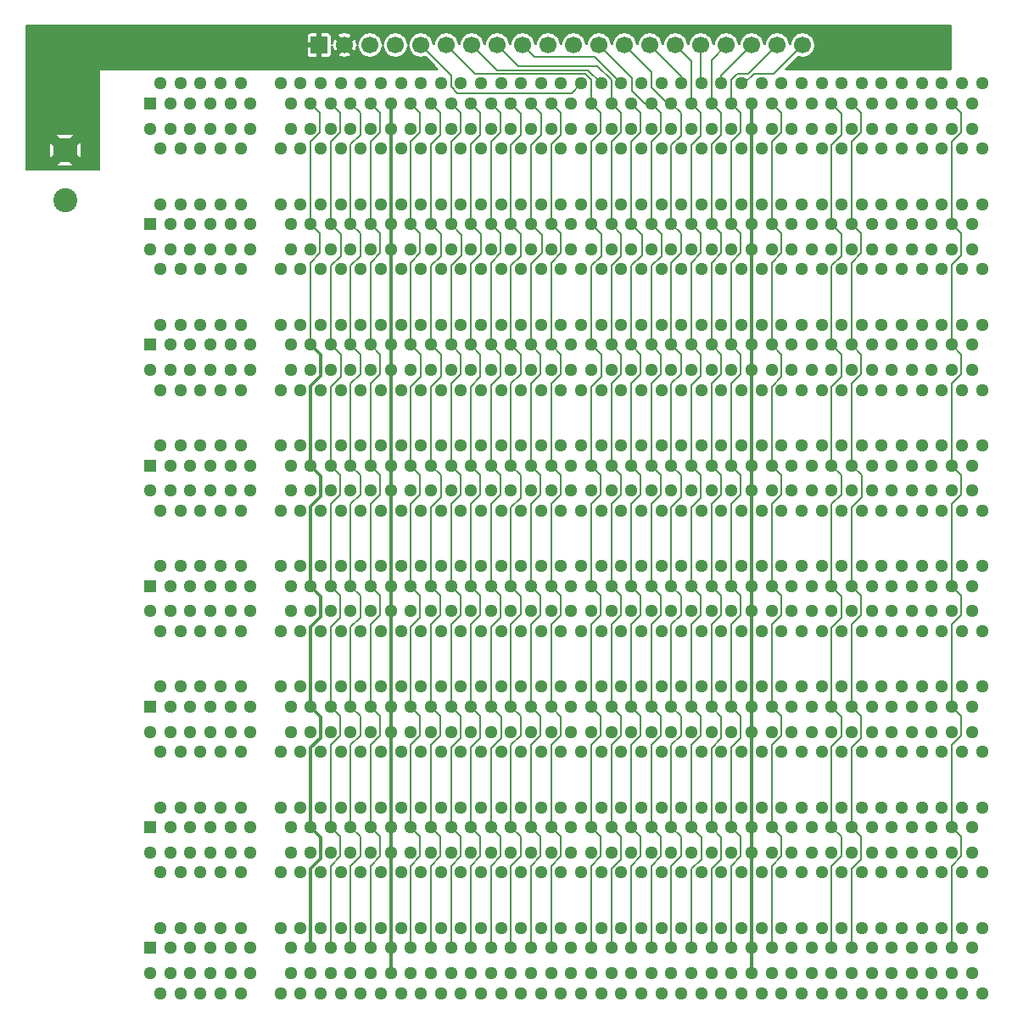
<source format=gbr>
%TF.GenerationSoftware,KiCad,Pcbnew,9.0.5*%
%TF.CreationDate,2025-11-19T18:22:51+02:00*%
%TF.ProjectId,backplane,6261636b-706c-4616-9e65-2e6b69636164,rev?*%
%TF.SameCoordinates,Original*%
%TF.FileFunction,Copper,L2,Inr*%
%TF.FilePolarity,Positive*%
%FSLAX46Y46*%
G04 Gerber Fmt 4.6, Leading zero omitted, Abs format (unit mm)*
G04 Created by KiCad (PCBNEW 9.0.5) date 2025-11-19 18:22:51*
%MOMM*%
%LPD*%
G01*
G04 APERTURE LIST*
%TA.AperFunction,ComponentPad*%
%ADD10R,1.288000X1.288000*%
%TD*%
%TA.AperFunction,ComponentPad*%
%ADD11C,1.288000*%
%TD*%
%TA.AperFunction,ComponentPad*%
%ADD12R,2.400000X2.400000*%
%TD*%
%TA.AperFunction,ComponentPad*%
%ADD13C,2.400000*%
%TD*%
%TA.AperFunction,ComponentPad*%
%ADD14R,1.700000X1.700000*%
%TD*%
%TA.AperFunction,ComponentPad*%
%ADD15C,1.700000*%
%TD*%
%TA.AperFunction,Conductor*%
%ADD16C,0.200000*%
%TD*%
%TA.AperFunction,Conductor*%
%ADD17C,0.300000*%
%TD*%
G04 APERTURE END LIST*
D10*
%TO.N,VCC*%
%TO.C,MOD2*%
X80000000Y-45380000D03*
D11*
X81000000Y-43380000D03*
X82000000Y-45380000D03*
X83000000Y-43380000D03*
X84000000Y-45380000D03*
%TO.N,N/C*%
X85000000Y-43380000D03*
X86000000Y-45380000D03*
X87000000Y-43380000D03*
X88000000Y-45380000D03*
X89000000Y-43380000D03*
X90000000Y-45380000D03*
%TO.N,GND*%
X93000000Y-43380000D03*
X94000000Y-45380000D03*
%TO.N,/~{LMEM}*%
X95000000Y-43380000D03*
%TO.N,/LSPH*%
X96000000Y-45380000D03*
%TO.N,/LSPL*%
X97000000Y-43380000D03*
%TO.N,/LPCH*%
X98000000Y-45380000D03*
%TO.N,/LPCL*%
X99000000Y-43380000D03*
%TO.N,/~{LARGH}*%
X100000000Y-45380000D03*
%TO.N,/~{LARGL}*%
X101000000Y-43380000D03*
%TO.N,/~{LAC}*%
X102000000Y-45380000D03*
%TO.N,/~{LXH}*%
X103000000Y-43380000D03*
%TO.N,GND*%
X104000000Y-45380000D03*
%TO.N,/~{LYL}*%
X105000000Y-43380000D03*
%TO.N,/~{LYH}*%
X106000000Y-45380000D03*
%TO.N,/~{LZL}*%
X107000000Y-43380000D03*
%TO.N,/~{LZH}*%
X108000000Y-45380000D03*
%TO.N,/~{LFR}*%
X109000000Y-43380000D03*
%TO.N,/~{LINST}*%
X110000000Y-45380000D03*
%TO.N,/LADRH*%
X111000000Y-43380000D03*
%TO.N,/LADRL*%
X112000000Y-45380000D03*
%TO.N,GND*%
X113000000Y-43380000D03*
%TO.N,/STATE0*%
X114000000Y-45380000D03*
%TO.N,/STATE1*%
X115000000Y-43380000D03*
%TO.N,/STATE2*%
X116000000Y-45380000D03*
%TO.N,/STATE3*%
X117000000Y-43380000D03*
%TO.N,/STATE4*%
X118000000Y-45380000D03*
%TO.N,/STATE5*%
X119000000Y-43380000D03*
%TO.N,/STATE6*%
X120000000Y-45380000D03*
%TO.N,/STATE7*%
X121000000Y-43380000D03*
%TO.N,GND*%
X122000000Y-45380000D03*
%TO.N,/STATE8*%
X123000000Y-43380000D03*
%TO.N,/STATE9*%
X124000000Y-45380000D03*
%TO.N,/STATE10*%
X125000000Y-43380000D03*
%TO.N,/STATE11*%
X126000000Y-45380000D03*
%TO.N,/STATE12*%
X127000000Y-43380000D03*
%TO.N,/STATE13*%
X128000000Y-45380000D03*
%TO.N,/STATE14*%
X129000000Y-43380000D03*
%TO.N,/STATE15*%
X130000000Y-45380000D03*
%TO.N,GND*%
X131000000Y-43380000D03*
%TO.N,/DATA0*%
X132000000Y-45380000D03*
%TO.N,/DATA1*%
X133000000Y-43380000D03*
%TO.N,/DATA2*%
X134000000Y-45380000D03*
%TO.N,/DATA3*%
X135000000Y-43380000D03*
%TO.N,/DATA4*%
X136000000Y-45380000D03*
%TO.N,/DATA5*%
X137000000Y-43380000D03*
%TO.N,/DATA6*%
X138000000Y-45380000D03*
%TO.N,/DATA7*%
X139000000Y-43380000D03*
%TO.N,GND*%
X140000000Y-45380000D03*
%TO.N,/ALUZO*%
X141000000Y-43380000D03*
%TO.N,/~{ALUCO}*%
X142000000Y-45380000D03*
%TO.N,/ALUSO*%
X143000000Y-43380000D03*
%TO.N,GND*%
X144000000Y-45380000D03*
X145000000Y-43380000D03*
X146000000Y-45380000D03*
X147000000Y-43380000D03*
%TO.N,/INTREQ*%
X148000000Y-45380000D03*
%TO.N,/~{WAIT}*%
X149000000Y-43380000D03*
%TO.N,/RESET*%
X150000000Y-45380000D03*
%TO.N,GND*%
X151000000Y-43380000D03*
X152000000Y-45380000D03*
X153000000Y-43380000D03*
X154000000Y-45380000D03*
X155000000Y-43380000D03*
X156000000Y-45380000D03*
X157000000Y-43380000D03*
%TO.N,N/C*%
X158000000Y-45380000D03*
X159000000Y-43380000D03*
%TO.N,/STATE16*%
X160000000Y-45380000D03*
%TO.N,N/C*%
X161000000Y-43380000D03*
X162000000Y-45380000D03*
X163000000Y-43380000D03*
%TO.N,VCC*%
X80000000Y-47880000D03*
X81000000Y-49880000D03*
X82000000Y-47880000D03*
X83000000Y-49880000D03*
X84000000Y-47880000D03*
%TO.N,N/C*%
X85000000Y-49880000D03*
X86000000Y-47880000D03*
X87000000Y-49880000D03*
X88000000Y-47880000D03*
X89000000Y-49880000D03*
X90000000Y-47880000D03*
%TO.N,GND*%
X93000000Y-49880000D03*
X94000000Y-47880000D03*
%TO.N,/~{RMEM}*%
X95000000Y-49880000D03*
%TO.N,/~{RSPH}*%
X96000000Y-47880000D03*
%TO.N,/~{RSPL}*%
X97000000Y-49880000D03*
%TO.N,/~{RPCH}*%
X98000000Y-47880000D03*
%TO.N,/~{RPCL}*%
X99000000Y-49880000D03*
%TO.N,/~{RARGH}*%
X100000000Y-47880000D03*
%TO.N,/~{RARGL}*%
X101000000Y-49880000D03*
%TO.N,/~{RAC}*%
X102000000Y-47880000D03*
%TO.N,/~{RXH}*%
X103000000Y-49880000D03*
%TO.N,GND*%
X104000000Y-47880000D03*
%TO.N,/~{RYL}*%
X105000000Y-49880000D03*
%TO.N,/~{RYH}*%
X106000000Y-47880000D03*
%TO.N,/~{RZL}*%
X107000000Y-49880000D03*
%TO.N,/~{RZH}*%
X108000000Y-47880000D03*
%TO.N,/~{RFR}*%
X109000000Y-49880000D03*
%TO.N,/~{RCONST}*%
X110000000Y-47880000D03*
%TO.N,/~{RALU}*%
X111000000Y-49880000D03*
%TO.N,/~{RINTC}*%
X112000000Y-47880000D03*
%TO.N,GND*%
X113000000Y-49880000D03*
%TO.N,/L0*%
X114000000Y-47880000D03*
%TO.N,/L1*%
X115000000Y-49880000D03*
%TO.N,/L2*%
X116000000Y-47880000D03*
%TO.N,/L3*%
X117000000Y-49880000D03*
%TO.N,/ALUM*%
X118000000Y-47880000D03*
%TO.N,/~{ALUCI}*%
X119000000Y-49880000D03*
%TO.N,/FRUpd*%
X120000000Y-47880000D03*
%TO.N,/R0*%
X121000000Y-49880000D03*
%TO.N,GND*%
X122000000Y-47880000D03*
%TO.N,/R1*%
X123000000Y-49880000D03*
%TO.N,/R2*%
X124000000Y-47880000D03*
%TO.N,/R3*%
X125000000Y-49880000D03*
%TO.N,/~{SCCLR}*%
X126000000Y-47880000D03*
%TO.N,/~{HALT}*%
X127000000Y-49880000D03*
%TO.N,/PCINC*%
X128000000Y-47880000D03*
%TO.N,/ALUS0*%
X129000000Y-49880000D03*
%TO.N,/ALUS1*%
X130000000Y-47880000D03*
%TO.N,GND*%
X131000000Y-49880000D03*
%TO.N,/ALUS2*%
X132000000Y-47880000D03*
%TO.N,/ALUS3*%
X133000000Y-49880000D03*
%TO.N,/SPDEC*%
X134000000Y-47880000D03*
%TO.N,/SPINC*%
X135000000Y-49880000D03*
%TO.N,/ACSHLEFT*%
X136000000Y-47880000D03*
%TO.N,/ACSHRIGHT*%
X137000000Y-49880000D03*
%TO.N,/INTE*%
X138000000Y-47880000D03*
%TO.N,/~{INTD}*%
X139000000Y-49880000D03*
%TO.N,GND*%
X140000000Y-47880000D03*
%TO.N,/ADRDEC*%
X141000000Y-49880000D03*
%TO.N,/ADRINC*%
X142000000Y-47880000D03*
%TO.N,GND*%
X143000000Y-49880000D03*
X144000000Y-47880000D03*
X145000000Y-49880000D03*
X146000000Y-47880000D03*
X147000000Y-49880000D03*
X148000000Y-47880000D03*
X149000000Y-49880000D03*
X150000000Y-47880000D03*
X151000000Y-49880000D03*
X152000000Y-47880000D03*
X153000000Y-49880000D03*
%TO.N,/~{CLK}*%
X154000000Y-47880000D03*
%TO.N,/PULSE*%
X155000000Y-49880000D03*
%TO.N,GND*%
X156000000Y-47880000D03*
X157000000Y-49880000D03*
%TO.N,N/C*%
X158000000Y-47880000D03*
X159000000Y-49880000D03*
%TO.N,/L4*%
X160000000Y-47880000D03*
%TO.N,/R4*%
X161000000Y-49880000D03*
%TO.N,N/C*%
X162000000Y-47880000D03*
X163000000Y-49880000D03*
%TD*%
D12*
%TO.N,GND*%
%TO.C,J1*%
X71500000Y-38000000D03*
D13*
%TO.N,VCC*%
X71500000Y-43000000D03*
%TD*%
D10*
%TO.N,VCC*%
%TO.C,MOD6*%
X80000000Y-93540000D03*
D11*
X81000000Y-91540000D03*
X82000000Y-93540000D03*
X83000000Y-91540000D03*
X84000000Y-93540000D03*
%TO.N,N/C*%
X85000000Y-91540000D03*
X86000000Y-93540000D03*
X87000000Y-91540000D03*
X88000000Y-93540000D03*
X89000000Y-91540000D03*
X90000000Y-93540000D03*
%TO.N,GND*%
X93000000Y-91540000D03*
X94000000Y-93540000D03*
%TO.N,/~{LMEM}*%
X95000000Y-91540000D03*
%TO.N,/LSPH*%
X96000000Y-93540000D03*
%TO.N,/LSPL*%
X97000000Y-91540000D03*
%TO.N,/LPCH*%
X98000000Y-93540000D03*
%TO.N,/LPCL*%
X99000000Y-91540000D03*
%TO.N,/~{LARGH}*%
X100000000Y-93540000D03*
%TO.N,/~{LARGL}*%
X101000000Y-91540000D03*
%TO.N,/~{LAC}*%
X102000000Y-93540000D03*
%TO.N,/~{LXH}*%
X103000000Y-91540000D03*
%TO.N,GND*%
X104000000Y-93540000D03*
%TO.N,/~{LYL}*%
X105000000Y-91540000D03*
%TO.N,/~{LYH}*%
X106000000Y-93540000D03*
%TO.N,/~{LZL}*%
X107000000Y-91540000D03*
%TO.N,/~{LZH}*%
X108000000Y-93540000D03*
%TO.N,/~{LFR}*%
X109000000Y-91540000D03*
%TO.N,/~{LINST}*%
X110000000Y-93540000D03*
%TO.N,/LADRH*%
X111000000Y-91540000D03*
%TO.N,/LADRL*%
X112000000Y-93540000D03*
%TO.N,GND*%
X113000000Y-91540000D03*
%TO.N,/STATE0*%
X114000000Y-93540000D03*
%TO.N,/STATE1*%
X115000000Y-91540000D03*
%TO.N,/STATE2*%
X116000000Y-93540000D03*
%TO.N,/STATE3*%
X117000000Y-91540000D03*
%TO.N,/STATE4*%
X118000000Y-93540000D03*
%TO.N,/STATE5*%
X119000000Y-91540000D03*
%TO.N,/STATE6*%
X120000000Y-93540000D03*
%TO.N,/STATE7*%
X121000000Y-91540000D03*
%TO.N,GND*%
X122000000Y-93540000D03*
%TO.N,/STATE8*%
X123000000Y-91540000D03*
%TO.N,/STATE9*%
X124000000Y-93540000D03*
%TO.N,/STATE10*%
X125000000Y-91540000D03*
%TO.N,/STATE11*%
X126000000Y-93540000D03*
%TO.N,/STATE12*%
X127000000Y-91540000D03*
%TO.N,/STATE13*%
X128000000Y-93540000D03*
%TO.N,/STATE14*%
X129000000Y-91540000D03*
%TO.N,/STATE15*%
X130000000Y-93540000D03*
%TO.N,GND*%
X131000000Y-91540000D03*
%TO.N,/DATA0*%
X132000000Y-93540000D03*
%TO.N,/DATA1*%
X133000000Y-91540000D03*
%TO.N,/DATA2*%
X134000000Y-93540000D03*
%TO.N,/DATA3*%
X135000000Y-91540000D03*
%TO.N,/DATA4*%
X136000000Y-93540000D03*
%TO.N,/DATA5*%
X137000000Y-91540000D03*
%TO.N,/DATA6*%
X138000000Y-93540000D03*
%TO.N,/DATA7*%
X139000000Y-91540000D03*
%TO.N,GND*%
X140000000Y-93540000D03*
%TO.N,/ALUZO*%
X141000000Y-91540000D03*
%TO.N,/~{ALUCO}*%
X142000000Y-93540000D03*
%TO.N,/ALUSO*%
X143000000Y-91540000D03*
%TO.N,GND*%
X144000000Y-93540000D03*
X145000000Y-91540000D03*
X146000000Y-93540000D03*
X147000000Y-91540000D03*
%TO.N,/INTREQ*%
X148000000Y-93540000D03*
%TO.N,/~{WAIT}*%
X149000000Y-91540000D03*
%TO.N,/RESET*%
X150000000Y-93540000D03*
%TO.N,GND*%
X151000000Y-91540000D03*
X152000000Y-93540000D03*
X153000000Y-91540000D03*
X154000000Y-93540000D03*
X155000000Y-91540000D03*
X156000000Y-93540000D03*
X157000000Y-91540000D03*
%TO.N,N/C*%
X158000000Y-93540000D03*
X159000000Y-91540000D03*
%TO.N,/STATE16*%
X160000000Y-93540000D03*
%TO.N,N/C*%
X161000000Y-91540000D03*
X162000000Y-93540000D03*
X163000000Y-91540000D03*
%TO.N,VCC*%
X80000000Y-96040000D03*
X81000000Y-98040000D03*
X82000000Y-96040000D03*
X83000000Y-98040000D03*
X84000000Y-96040000D03*
%TO.N,N/C*%
X85000000Y-98040000D03*
X86000000Y-96040000D03*
X87000000Y-98040000D03*
X88000000Y-96040000D03*
X89000000Y-98040000D03*
X90000000Y-96040000D03*
%TO.N,GND*%
X93000000Y-98040000D03*
X94000000Y-96040000D03*
%TO.N,/~{RMEM}*%
X95000000Y-98040000D03*
%TO.N,/~{RSPH}*%
X96000000Y-96040000D03*
%TO.N,/~{RSPL}*%
X97000000Y-98040000D03*
%TO.N,/~{RPCH}*%
X98000000Y-96040000D03*
%TO.N,/~{RPCL}*%
X99000000Y-98040000D03*
%TO.N,/~{RARGH}*%
X100000000Y-96040000D03*
%TO.N,/~{RARGL}*%
X101000000Y-98040000D03*
%TO.N,/~{RAC}*%
X102000000Y-96040000D03*
%TO.N,/~{RXH}*%
X103000000Y-98040000D03*
%TO.N,GND*%
X104000000Y-96040000D03*
%TO.N,/~{RYL}*%
X105000000Y-98040000D03*
%TO.N,/~{RYH}*%
X106000000Y-96040000D03*
%TO.N,/~{RZL}*%
X107000000Y-98040000D03*
%TO.N,/~{RZH}*%
X108000000Y-96040000D03*
%TO.N,/~{RFR}*%
X109000000Y-98040000D03*
%TO.N,/~{RCONST}*%
X110000000Y-96040000D03*
%TO.N,/~{RALU}*%
X111000000Y-98040000D03*
%TO.N,/~{RINTC}*%
X112000000Y-96040000D03*
%TO.N,GND*%
X113000000Y-98040000D03*
%TO.N,/L0*%
X114000000Y-96040000D03*
%TO.N,/L1*%
X115000000Y-98040000D03*
%TO.N,/L2*%
X116000000Y-96040000D03*
%TO.N,/L3*%
X117000000Y-98040000D03*
%TO.N,/ALUM*%
X118000000Y-96040000D03*
%TO.N,/~{ALUCI}*%
X119000000Y-98040000D03*
%TO.N,/FRUpd*%
X120000000Y-96040000D03*
%TO.N,/R0*%
X121000000Y-98040000D03*
%TO.N,GND*%
X122000000Y-96040000D03*
%TO.N,/R1*%
X123000000Y-98040000D03*
%TO.N,/R2*%
X124000000Y-96040000D03*
%TO.N,/R3*%
X125000000Y-98040000D03*
%TO.N,/~{SCCLR}*%
X126000000Y-96040000D03*
%TO.N,/~{HALT}*%
X127000000Y-98040000D03*
%TO.N,/PCINC*%
X128000000Y-96040000D03*
%TO.N,/ALUS0*%
X129000000Y-98040000D03*
%TO.N,/ALUS1*%
X130000000Y-96040000D03*
%TO.N,GND*%
X131000000Y-98040000D03*
%TO.N,/ALUS2*%
X132000000Y-96040000D03*
%TO.N,/ALUS3*%
X133000000Y-98040000D03*
%TO.N,/SPDEC*%
X134000000Y-96040000D03*
%TO.N,/SPINC*%
X135000000Y-98040000D03*
%TO.N,/ACSHLEFT*%
X136000000Y-96040000D03*
%TO.N,/ACSHRIGHT*%
X137000000Y-98040000D03*
%TO.N,/INTE*%
X138000000Y-96040000D03*
%TO.N,/~{INTD}*%
X139000000Y-98040000D03*
%TO.N,GND*%
X140000000Y-96040000D03*
%TO.N,/ADRDEC*%
X141000000Y-98040000D03*
%TO.N,/ADRINC*%
X142000000Y-96040000D03*
%TO.N,GND*%
X143000000Y-98040000D03*
X144000000Y-96040000D03*
X145000000Y-98040000D03*
X146000000Y-96040000D03*
X147000000Y-98040000D03*
X148000000Y-96040000D03*
X149000000Y-98040000D03*
X150000000Y-96040000D03*
X151000000Y-98040000D03*
X152000000Y-96040000D03*
X153000000Y-98040000D03*
%TO.N,/~{CLK}*%
X154000000Y-96040000D03*
%TO.N,/PULSE*%
X155000000Y-98040000D03*
%TO.N,GND*%
X156000000Y-96040000D03*
X157000000Y-98040000D03*
%TO.N,N/C*%
X158000000Y-96040000D03*
X159000000Y-98040000D03*
%TO.N,/L4*%
X160000000Y-96040000D03*
%TO.N,/R4*%
X161000000Y-98040000D03*
%TO.N,N/C*%
X162000000Y-96040000D03*
X163000000Y-98040000D03*
%TD*%
D10*
%TO.N,VCC*%
%TO.C,MOD7*%
X80000000Y-105580000D03*
D11*
X81000000Y-103580000D03*
X82000000Y-105580000D03*
X83000000Y-103580000D03*
X84000000Y-105580000D03*
%TO.N,N/C*%
X85000000Y-103580000D03*
X86000000Y-105580000D03*
X87000000Y-103580000D03*
X88000000Y-105580000D03*
X89000000Y-103580000D03*
X90000000Y-105580000D03*
%TO.N,GND*%
X93000000Y-103580000D03*
X94000000Y-105580000D03*
%TO.N,/~{LMEM}*%
X95000000Y-103580000D03*
%TO.N,/LSPH*%
X96000000Y-105580000D03*
%TO.N,/LSPL*%
X97000000Y-103580000D03*
%TO.N,/LPCH*%
X98000000Y-105580000D03*
%TO.N,/LPCL*%
X99000000Y-103580000D03*
%TO.N,/~{LARGH}*%
X100000000Y-105580000D03*
%TO.N,/~{LARGL}*%
X101000000Y-103580000D03*
%TO.N,/~{LAC}*%
X102000000Y-105580000D03*
%TO.N,/~{LXH}*%
X103000000Y-103580000D03*
%TO.N,GND*%
X104000000Y-105580000D03*
%TO.N,/~{LYL}*%
X105000000Y-103580000D03*
%TO.N,/~{LYH}*%
X106000000Y-105580000D03*
%TO.N,/~{LZL}*%
X107000000Y-103580000D03*
%TO.N,/~{LZH}*%
X108000000Y-105580000D03*
%TO.N,/~{LFR}*%
X109000000Y-103580000D03*
%TO.N,/~{LINST}*%
X110000000Y-105580000D03*
%TO.N,/LADRH*%
X111000000Y-103580000D03*
%TO.N,/LADRL*%
X112000000Y-105580000D03*
%TO.N,GND*%
X113000000Y-103580000D03*
%TO.N,/STATE0*%
X114000000Y-105580000D03*
%TO.N,/STATE1*%
X115000000Y-103580000D03*
%TO.N,/STATE2*%
X116000000Y-105580000D03*
%TO.N,/STATE3*%
X117000000Y-103580000D03*
%TO.N,/STATE4*%
X118000000Y-105580000D03*
%TO.N,/STATE5*%
X119000000Y-103580000D03*
%TO.N,/STATE6*%
X120000000Y-105580000D03*
%TO.N,/STATE7*%
X121000000Y-103580000D03*
%TO.N,GND*%
X122000000Y-105580000D03*
%TO.N,/STATE8*%
X123000000Y-103580000D03*
%TO.N,/STATE9*%
X124000000Y-105580000D03*
%TO.N,/STATE10*%
X125000000Y-103580000D03*
%TO.N,/STATE11*%
X126000000Y-105580000D03*
%TO.N,/STATE12*%
X127000000Y-103580000D03*
%TO.N,/STATE13*%
X128000000Y-105580000D03*
%TO.N,/STATE14*%
X129000000Y-103580000D03*
%TO.N,/STATE15*%
X130000000Y-105580000D03*
%TO.N,GND*%
X131000000Y-103580000D03*
%TO.N,/DATA0*%
X132000000Y-105580000D03*
%TO.N,/DATA1*%
X133000000Y-103580000D03*
%TO.N,/DATA2*%
X134000000Y-105580000D03*
%TO.N,/DATA3*%
X135000000Y-103580000D03*
%TO.N,/DATA4*%
X136000000Y-105580000D03*
%TO.N,/DATA5*%
X137000000Y-103580000D03*
%TO.N,/DATA6*%
X138000000Y-105580000D03*
%TO.N,/DATA7*%
X139000000Y-103580000D03*
%TO.N,GND*%
X140000000Y-105580000D03*
%TO.N,/ALUZO*%
X141000000Y-103580000D03*
%TO.N,/~{ALUCO}*%
X142000000Y-105580000D03*
%TO.N,/ALUSO*%
X143000000Y-103580000D03*
%TO.N,GND*%
X144000000Y-105580000D03*
X145000000Y-103580000D03*
X146000000Y-105580000D03*
X147000000Y-103580000D03*
%TO.N,/INTREQ*%
X148000000Y-105580000D03*
%TO.N,/~{WAIT}*%
X149000000Y-103580000D03*
%TO.N,/RESET*%
X150000000Y-105580000D03*
%TO.N,GND*%
X151000000Y-103580000D03*
X152000000Y-105580000D03*
X153000000Y-103580000D03*
X154000000Y-105580000D03*
X155000000Y-103580000D03*
X156000000Y-105580000D03*
X157000000Y-103580000D03*
%TO.N,N/C*%
X158000000Y-105580000D03*
X159000000Y-103580000D03*
%TO.N,/STATE16*%
X160000000Y-105580000D03*
%TO.N,N/C*%
X161000000Y-103580000D03*
X162000000Y-105580000D03*
X163000000Y-103580000D03*
%TO.N,VCC*%
X80000000Y-108080000D03*
X81000000Y-110080000D03*
X82000000Y-108080000D03*
X83000000Y-110080000D03*
X84000000Y-108080000D03*
%TO.N,N/C*%
X85000000Y-110080000D03*
X86000000Y-108080000D03*
X87000000Y-110080000D03*
X88000000Y-108080000D03*
X89000000Y-110080000D03*
X90000000Y-108080000D03*
%TO.N,GND*%
X93000000Y-110080000D03*
X94000000Y-108080000D03*
%TO.N,/~{RMEM}*%
X95000000Y-110080000D03*
%TO.N,/~{RSPH}*%
X96000000Y-108080000D03*
%TO.N,/~{RSPL}*%
X97000000Y-110080000D03*
%TO.N,/~{RPCH}*%
X98000000Y-108080000D03*
%TO.N,/~{RPCL}*%
X99000000Y-110080000D03*
%TO.N,/~{RARGH}*%
X100000000Y-108080000D03*
%TO.N,/~{RARGL}*%
X101000000Y-110080000D03*
%TO.N,/~{RAC}*%
X102000000Y-108080000D03*
%TO.N,/~{RXH}*%
X103000000Y-110080000D03*
%TO.N,GND*%
X104000000Y-108080000D03*
%TO.N,/~{RYL}*%
X105000000Y-110080000D03*
%TO.N,/~{RYH}*%
X106000000Y-108080000D03*
%TO.N,/~{RZL}*%
X107000000Y-110080000D03*
%TO.N,/~{RZH}*%
X108000000Y-108080000D03*
%TO.N,/~{RFR}*%
X109000000Y-110080000D03*
%TO.N,/~{RCONST}*%
X110000000Y-108080000D03*
%TO.N,/~{RALU}*%
X111000000Y-110080000D03*
%TO.N,/~{RINTC}*%
X112000000Y-108080000D03*
%TO.N,GND*%
X113000000Y-110080000D03*
%TO.N,/L0*%
X114000000Y-108080000D03*
%TO.N,/L1*%
X115000000Y-110080000D03*
%TO.N,/L2*%
X116000000Y-108080000D03*
%TO.N,/L3*%
X117000000Y-110080000D03*
%TO.N,/ALUM*%
X118000000Y-108080000D03*
%TO.N,/~{ALUCI}*%
X119000000Y-110080000D03*
%TO.N,/FRUpd*%
X120000000Y-108080000D03*
%TO.N,/R0*%
X121000000Y-110080000D03*
%TO.N,GND*%
X122000000Y-108080000D03*
%TO.N,/R1*%
X123000000Y-110080000D03*
%TO.N,/R2*%
X124000000Y-108080000D03*
%TO.N,/R3*%
X125000000Y-110080000D03*
%TO.N,/~{SCCLR}*%
X126000000Y-108080000D03*
%TO.N,/~{HALT}*%
X127000000Y-110080000D03*
%TO.N,/PCINC*%
X128000000Y-108080000D03*
%TO.N,/ALUS0*%
X129000000Y-110080000D03*
%TO.N,/ALUS1*%
X130000000Y-108080000D03*
%TO.N,GND*%
X131000000Y-110080000D03*
%TO.N,/ALUS2*%
X132000000Y-108080000D03*
%TO.N,/ALUS3*%
X133000000Y-110080000D03*
%TO.N,/SPDEC*%
X134000000Y-108080000D03*
%TO.N,/SPINC*%
X135000000Y-110080000D03*
%TO.N,/ACSHLEFT*%
X136000000Y-108080000D03*
%TO.N,/ACSHRIGHT*%
X137000000Y-110080000D03*
%TO.N,/INTE*%
X138000000Y-108080000D03*
%TO.N,/~{INTD}*%
X139000000Y-110080000D03*
%TO.N,GND*%
X140000000Y-108080000D03*
%TO.N,/ADRDEC*%
X141000000Y-110080000D03*
%TO.N,/ADRINC*%
X142000000Y-108080000D03*
%TO.N,GND*%
X143000000Y-110080000D03*
X144000000Y-108080000D03*
X145000000Y-110080000D03*
X146000000Y-108080000D03*
X147000000Y-110080000D03*
X148000000Y-108080000D03*
X149000000Y-110080000D03*
X150000000Y-108080000D03*
X151000000Y-110080000D03*
X152000000Y-108080000D03*
X153000000Y-110080000D03*
%TO.N,/~{CLK}*%
X154000000Y-108080000D03*
%TO.N,/PULSE*%
X155000000Y-110080000D03*
%TO.N,GND*%
X156000000Y-108080000D03*
X157000000Y-110080000D03*
%TO.N,N/C*%
X158000000Y-108080000D03*
X159000000Y-110080000D03*
%TO.N,/L4*%
X160000000Y-108080000D03*
%TO.N,/R4*%
X161000000Y-110080000D03*
%TO.N,N/C*%
X162000000Y-108080000D03*
X163000000Y-110080000D03*
%TD*%
D10*
%TO.N,VCC*%
%TO.C,MOD5*%
X80000000Y-81500000D03*
D11*
X81000000Y-79500000D03*
X82000000Y-81500000D03*
X83000000Y-79500000D03*
X84000000Y-81500000D03*
%TO.N,N/C*%
X85000000Y-79500000D03*
X86000000Y-81500000D03*
X87000000Y-79500000D03*
X88000000Y-81500000D03*
X89000000Y-79500000D03*
X90000000Y-81500000D03*
%TO.N,GND*%
X93000000Y-79500000D03*
X94000000Y-81500000D03*
%TO.N,/~{LMEM}*%
X95000000Y-79500000D03*
%TO.N,/LSPH*%
X96000000Y-81500000D03*
%TO.N,/LSPL*%
X97000000Y-79500000D03*
%TO.N,/LPCH*%
X98000000Y-81500000D03*
%TO.N,/LPCL*%
X99000000Y-79500000D03*
%TO.N,/~{LARGH}*%
X100000000Y-81500000D03*
%TO.N,/~{LARGL}*%
X101000000Y-79500000D03*
%TO.N,/~{LAC}*%
X102000000Y-81500000D03*
%TO.N,/~{LXH}*%
X103000000Y-79500000D03*
%TO.N,GND*%
X104000000Y-81500000D03*
%TO.N,/~{LYL}*%
X105000000Y-79500000D03*
%TO.N,/~{LYH}*%
X106000000Y-81500000D03*
%TO.N,/~{LZL}*%
X107000000Y-79500000D03*
%TO.N,/~{LZH}*%
X108000000Y-81500000D03*
%TO.N,/~{LFR}*%
X109000000Y-79500000D03*
%TO.N,/~{LINST}*%
X110000000Y-81500000D03*
%TO.N,/LADRH*%
X111000000Y-79500000D03*
%TO.N,/LADRL*%
X112000000Y-81500000D03*
%TO.N,GND*%
X113000000Y-79500000D03*
%TO.N,/STATE0*%
X114000000Y-81500000D03*
%TO.N,/STATE1*%
X115000000Y-79500000D03*
%TO.N,/STATE2*%
X116000000Y-81500000D03*
%TO.N,/STATE3*%
X117000000Y-79500000D03*
%TO.N,/STATE4*%
X118000000Y-81500000D03*
%TO.N,/STATE5*%
X119000000Y-79500000D03*
%TO.N,/STATE6*%
X120000000Y-81500000D03*
%TO.N,/STATE7*%
X121000000Y-79500000D03*
%TO.N,GND*%
X122000000Y-81500000D03*
%TO.N,/STATE8*%
X123000000Y-79500000D03*
%TO.N,/STATE9*%
X124000000Y-81500000D03*
%TO.N,/STATE10*%
X125000000Y-79500000D03*
%TO.N,/STATE11*%
X126000000Y-81500000D03*
%TO.N,/STATE12*%
X127000000Y-79500000D03*
%TO.N,/STATE13*%
X128000000Y-81500000D03*
%TO.N,/STATE14*%
X129000000Y-79500000D03*
%TO.N,/STATE15*%
X130000000Y-81500000D03*
%TO.N,GND*%
X131000000Y-79500000D03*
%TO.N,/DATA0*%
X132000000Y-81500000D03*
%TO.N,/DATA1*%
X133000000Y-79500000D03*
%TO.N,/DATA2*%
X134000000Y-81500000D03*
%TO.N,/DATA3*%
X135000000Y-79500000D03*
%TO.N,/DATA4*%
X136000000Y-81500000D03*
%TO.N,/DATA5*%
X137000000Y-79500000D03*
%TO.N,/DATA6*%
X138000000Y-81500000D03*
%TO.N,/DATA7*%
X139000000Y-79500000D03*
%TO.N,GND*%
X140000000Y-81500000D03*
%TO.N,/ALUZO*%
X141000000Y-79500000D03*
%TO.N,/~{ALUCO}*%
X142000000Y-81500000D03*
%TO.N,/ALUSO*%
X143000000Y-79500000D03*
%TO.N,GND*%
X144000000Y-81500000D03*
X145000000Y-79500000D03*
X146000000Y-81500000D03*
X147000000Y-79500000D03*
%TO.N,/INTREQ*%
X148000000Y-81500000D03*
%TO.N,/~{WAIT}*%
X149000000Y-79500000D03*
%TO.N,/RESET*%
X150000000Y-81500000D03*
%TO.N,GND*%
X151000000Y-79500000D03*
X152000000Y-81500000D03*
X153000000Y-79500000D03*
X154000000Y-81500000D03*
X155000000Y-79500000D03*
X156000000Y-81500000D03*
X157000000Y-79500000D03*
%TO.N,N/C*%
X158000000Y-81500000D03*
X159000000Y-79500000D03*
%TO.N,/STATE16*%
X160000000Y-81500000D03*
%TO.N,N/C*%
X161000000Y-79500000D03*
X162000000Y-81500000D03*
X163000000Y-79500000D03*
%TO.N,VCC*%
X80000000Y-84000000D03*
X81000000Y-86000000D03*
X82000000Y-84000000D03*
X83000000Y-86000000D03*
X84000000Y-84000000D03*
%TO.N,N/C*%
X85000000Y-86000000D03*
X86000000Y-84000000D03*
X87000000Y-86000000D03*
X88000000Y-84000000D03*
X89000000Y-86000000D03*
X90000000Y-84000000D03*
%TO.N,GND*%
X93000000Y-86000000D03*
X94000000Y-84000000D03*
%TO.N,/~{RMEM}*%
X95000000Y-86000000D03*
%TO.N,/~{RSPH}*%
X96000000Y-84000000D03*
%TO.N,/~{RSPL}*%
X97000000Y-86000000D03*
%TO.N,/~{RPCH}*%
X98000000Y-84000000D03*
%TO.N,/~{RPCL}*%
X99000000Y-86000000D03*
%TO.N,/~{RARGH}*%
X100000000Y-84000000D03*
%TO.N,/~{RARGL}*%
X101000000Y-86000000D03*
%TO.N,/~{RAC}*%
X102000000Y-84000000D03*
%TO.N,/~{RXH}*%
X103000000Y-86000000D03*
%TO.N,GND*%
X104000000Y-84000000D03*
%TO.N,/~{RYL}*%
X105000000Y-86000000D03*
%TO.N,/~{RYH}*%
X106000000Y-84000000D03*
%TO.N,/~{RZL}*%
X107000000Y-86000000D03*
%TO.N,/~{RZH}*%
X108000000Y-84000000D03*
%TO.N,/~{RFR}*%
X109000000Y-86000000D03*
%TO.N,/~{RCONST}*%
X110000000Y-84000000D03*
%TO.N,/~{RALU}*%
X111000000Y-86000000D03*
%TO.N,/~{RINTC}*%
X112000000Y-84000000D03*
%TO.N,GND*%
X113000000Y-86000000D03*
%TO.N,/L0*%
X114000000Y-84000000D03*
%TO.N,/L1*%
X115000000Y-86000000D03*
%TO.N,/L2*%
X116000000Y-84000000D03*
%TO.N,/L3*%
X117000000Y-86000000D03*
%TO.N,/ALUM*%
X118000000Y-84000000D03*
%TO.N,/~{ALUCI}*%
X119000000Y-86000000D03*
%TO.N,/FRUpd*%
X120000000Y-84000000D03*
%TO.N,/R0*%
X121000000Y-86000000D03*
%TO.N,GND*%
X122000000Y-84000000D03*
%TO.N,/R1*%
X123000000Y-86000000D03*
%TO.N,/R2*%
X124000000Y-84000000D03*
%TO.N,/R3*%
X125000000Y-86000000D03*
%TO.N,/~{SCCLR}*%
X126000000Y-84000000D03*
%TO.N,/~{HALT}*%
X127000000Y-86000000D03*
%TO.N,/PCINC*%
X128000000Y-84000000D03*
%TO.N,/ALUS0*%
X129000000Y-86000000D03*
%TO.N,/ALUS1*%
X130000000Y-84000000D03*
%TO.N,GND*%
X131000000Y-86000000D03*
%TO.N,/ALUS2*%
X132000000Y-84000000D03*
%TO.N,/ALUS3*%
X133000000Y-86000000D03*
%TO.N,/SPDEC*%
X134000000Y-84000000D03*
%TO.N,/SPINC*%
X135000000Y-86000000D03*
%TO.N,/ACSHLEFT*%
X136000000Y-84000000D03*
%TO.N,/ACSHRIGHT*%
X137000000Y-86000000D03*
%TO.N,/INTE*%
X138000000Y-84000000D03*
%TO.N,/~{INTD}*%
X139000000Y-86000000D03*
%TO.N,GND*%
X140000000Y-84000000D03*
%TO.N,/ADRDEC*%
X141000000Y-86000000D03*
%TO.N,/ADRINC*%
X142000000Y-84000000D03*
%TO.N,GND*%
X143000000Y-86000000D03*
X144000000Y-84000000D03*
X145000000Y-86000000D03*
X146000000Y-84000000D03*
X147000000Y-86000000D03*
X148000000Y-84000000D03*
X149000000Y-86000000D03*
X150000000Y-84000000D03*
X151000000Y-86000000D03*
X152000000Y-84000000D03*
X153000000Y-86000000D03*
%TO.N,/~{CLK}*%
X154000000Y-84000000D03*
%TO.N,/PULSE*%
X155000000Y-86000000D03*
%TO.N,GND*%
X156000000Y-84000000D03*
X157000000Y-86000000D03*
%TO.N,N/C*%
X158000000Y-84000000D03*
X159000000Y-86000000D03*
%TO.N,/L4*%
X160000000Y-84000000D03*
%TO.N,/R4*%
X161000000Y-86000000D03*
%TO.N,N/C*%
X162000000Y-84000000D03*
X163000000Y-86000000D03*
%TD*%
D10*
%TO.N,VCC*%
%TO.C,MOD4*%
X80000000Y-69460000D03*
D11*
X81000000Y-67460000D03*
X82000000Y-69460000D03*
X83000000Y-67460000D03*
X84000000Y-69460000D03*
%TO.N,N/C*%
X85000000Y-67460000D03*
X86000000Y-69460000D03*
X87000000Y-67460000D03*
X88000000Y-69460000D03*
X89000000Y-67460000D03*
X90000000Y-69460000D03*
%TO.N,GND*%
X93000000Y-67460000D03*
X94000000Y-69460000D03*
%TO.N,/~{LMEM}*%
X95000000Y-67460000D03*
%TO.N,/LSPH*%
X96000000Y-69460000D03*
%TO.N,/LSPL*%
X97000000Y-67460000D03*
%TO.N,/LPCH*%
X98000000Y-69460000D03*
%TO.N,/LPCL*%
X99000000Y-67460000D03*
%TO.N,/~{LARGH}*%
X100000000Y-69460000D03*
%TO.N,/~{LARGL}*%
X101000000Y-67460000D03*
%TO.N,/~{LAC}*%
X102000000Y-69460000D03*
%TO.N,/~{LXH}*%
X103000000Y-67460000D03*
%TO.N,GND*%
X104000000Y-69460000D03*
%TO.N,/~{LYL}*%
X105000000Y-67460000D03*
%TO.N,/~{LYH}*%
X106000000Y-69460000D03*
%TO.N,/~{LZL}*%
X107000000Y-67460000D03*
%TO.N,/~{LZH}*%
X108000000Y-69460000D03*
%TO.N,/~{LFR}*%
X109000000Y-67460000D03*
%TO.N,/~{LINST}*%
X110000000Y-69460000D03*
%TO.N,/LADRH*%
X111000000Y-67460000D03*
%TO.N,/LADRL*%
X112000000Y-69460000D03*
%TO.N,GND*%
X113000000Y-67460000D03*
%TO.N,/STATE0*%
X114000000Y-69460000D03*
%TO.N,/STATE1*%
X115000000Y-67460000D03*
%TO.N,/STATE2*%
X116000000Y-69460000D03*
%TO.N,/STATE3*%
X117000000Y-67460000D03*
%TO.N,/STATE4*%
X118000000Y-69460000D03*
%TO.N,/STATE5*%
X119000000Y-67460000D03*
%TO.N,/STATE6*%
X120000000Y-69460000D03*
%TO.N,/STATE7*%
X121000000Y-67460000D03*
%TO.N,GND*%
X122000000Y-69460000D03*
%TO.N,/STATE8*%
X123000000Y-67460000D03*
%TO.N,/STATE9*%
X124000000Y-69460000D03*
%TO.N,/STATE10*%
X125000000Y-67460000D03*
%TO.N,/STATE11*%
X126000000Y-69460000D03*
%TO.N,/STATE12*%
X127000000Y-67460000D03*
%TO.N,/STATE13*%
X128000000Y-69460000D03*
%TO.N,/STATE14*%
X129000000Y-67460000D03*
%TO.N,/STATE15*%
X130000000Y-69460000D03*
%TO.N,GND*%
X131000000Y-67460000D03*
%TO.N,/DATA0*%
X132000000Y-69460000D03*
%TO.N,/DATA1*%
X133000000Y-67460000D03*
%TO.N,/DATA2*%
X134000000Y-69460000D03*
%TO.N,/DATA3*%
X135000000Y-67460000D03*
%TO.N,/DATA4*%
X136000000Y-69460000D03*
%TO.N,/DATA5*%
X137000000Y-67460000D03*
%TO.N,/DATA6*%
X138000000Y-69460000D03*
%TO.N,/DATA7*%
X139000000Y-67460000D03*
%TO.N,GND*%
X140000000Y-69460000D03*
%TO.N,/ALUZO*%
X141000000Y-67460000D03*
%TO.N,/~{ALUCO}*%
X142000000Y-69460000D03*
%TO.N,/ALUSO*%
X143000000Y-67460000D03*
%TO.N,GND*%
X144000000Y-69460000D03*
X145000000Y-67460000D03*
X146000000Y-69460000D03*
X147000000Y-67460000D03*
%TO.N,/INTREQ*%
X148000000Y-69460000D03*
%TO.N,/~{WAIT}*%
X149000000Y-67460000D03*
%TO.N,/RESET*%
X150000000Y-69460000D03*
%TO.N,GND*%
X151000000Y-67460000D03*
X152000000Y-69460000D03*
X153000000Y-67460000D03*
X154000000Y-69460000D03*
X155000000Y-67460000D03*
X156000000Y-69460000D03*
X157000000Y-67460000D03*
%TO.N,N/C*%
X158000000Y-69460000D03*
X159000000Y-67460000D03*
%TO.N,/STATE16*%
X160000000Y-69460000D03*
%TO.N,N/C*%
X161000000Y-67460000D03*
X162000000Y-69460000D03*
X163000000Y-67460000D03*
%TO.N,VCC*%
X80000000Y-71960000D03*
X81000000Y-73960000D03*
X82000000Y-71960000D03*
X83000000Y-73960000D03*
X84000000Y-71960000D03*
%TO.N,N/C*%
X85000000Y-73960000D03*
X86000000Y-71960000D03*
X87000000Y-73960000D03*
X88000000Y-71960000D03*
X89000000Y-73960000D03*
X90000000Y-71960000D03*
%TO.N,GND*%
X93000000Y-73960000D03*
X94000000Y-71960000D03*
%TO.N,/~{RMEM}*%
X95000000Y-73960000D03*
%TO.N,/~{RSPH}*%
X96000000Y-71960000D03*
%TO.N,/~{RSPL}*%
X97000000Y-73960000D03*
%TO.N,/~{RPCH}*%
X98000000Y-71960000D03*
%TO.N,/~{RPCL}*%
X99000000Y-73960000D03*
%TO.N,/~{RARGH}*%
X100000000Y-71960000D03*
%TO.N,/~{RARGL}*%
X101000000Y-73960000D03*
%TO.N,/~{RAC}*%
X102000000Y-71960000D03*
%TO.N,/~{RXH}*%
X103000000Y-73960000D03*
%TO.N,GND*%
X104000000Y-71960000D03*
%TO.N,/~{RYL}*%
X105000000Y-73960000D03*
%TO.N,/~{RYH}*%
X106000000Y-71960000D03*
%TO.N,/~{RZL}*%
X107000000Y-73960000D03*
%TO.N,/~{RZH}*%
X108000000Y-71960000D03*
%TO.N,/~{RFR}*%
X109000000Y-73960000D03*
%TO.N,/~{RCONST}*%
X110000000Y-71960000D03*
%TO.N,/~{RALU}*%
X111000000Y-73960000D03*
%TO.N,/~{RINTC}*%
X112000000Y-71960000D03*
%TO.N,GND*%
X113000000Y-73960000D03*
%TO.N,/L0*%
X114000000Y-71960000D03*
%TO.N,/L1*%
X115000000Y-73960000D03*
%TO.N,/L2*%
X116000000Y-71960000D03*
%TO.N,/L3*%
X117000000Y-73960000D03*
%TO.N,/ALUM*%
X118000000Y-71960000D03*
%TO.N,/~{ALUCI}*%
X119000000Y-73960000D03*
%TO.N,/FRUpd*%
X120000000Y-71960000D03*
%TO.N,/R0*%
X121000000Y-73960000D03*
%TO.N,GND*%
X122000000Y-71960000D03*
%TO.N,/R1*%
X123000000Y-73960000D03*
%TO.N,/R2*%
X124000000Y-71960000D03*
%TO.N,/R3*%
X125000000Y-73960000D03*
%TO.N,/~{SCCLR}*%
X126000000Y-71960000D03*
%TO.N,/~{HALT}*%
X127000000Y-73960000D03*
%TO.N,/PCINC*%
X128000000Y-71960000D03*
%TO.N,/ALUS0*%
X129000000Y-73960000D03*
%TO.N,/ALUS1*%
X130000000Y-71960000D03*
%TO.N,GND*%
X131000000Y-73960000D03*
%TO.N,/ALUS2*%
X132000000Y-71960000D03*
%TO.N,/ALUS3*%
X133000000Y-73960000D03*
%TO.N,/SPDEC*%
X134000000Y-71960000D03*
%TO.N,/SPINC*%
X135000000Y-73960000D03*
%TO.N,/ACSHLEFT*%
X136000000Y-71960000D03*
%TO.N,/ACSHRIGHT*%
X137000000Y-73960000D03*
%TO.N,/INTE*%
X138000000Y-71960000D03*
%TO.N,/~{INTD}*%
X139000000Y-73960000D03*
%TO.N,GND*%
X140000000Y-71960000D03*
%TO.N,/ADRDEC*%
X141000000Y-73960000D03*
%TO.N,/ADRINC*%
X142000000Y-71960000D03*
%TO.N,GND*%
X143000000Y-73960000D03*
X144000000Y-71960000D03*
X145000000Y-73960000D03*
X146000000Y-71960000D03*
X147000000Y-73960000D03*
X148000000Y-71960000D03*
X149000000Y-73960000D03*
X150000000Y-71960000D03*
X151000000Y-73960000D03*
X152000000Y-71960000D03*
X153000000Y-73960000D03*
%TO.N,/~{CLK}*%
X154000000Y-71960000D03*
%TO.N,/PULSE*%
X155000000Y-73960000D03*
%TO.N,GND*%
X156000000Y-71960000D03*
X157000000Y-73960000D03*
%TO.N,N/C*%
X158000000Y-71960000D03*
X159000000Y-73960000D03*
%TO.N,/L4*%
X160000000Y-71960000D03*
%TO.N,/R4*%
X161000000Y-73960000D03*
%TO.N,N/C*%
X162000000Y-71960000D03*
X163000000Y-73960000D03*
%TD*%
D10*
%TO.N,VCC*%
%TO.C,MOD8*%
X80000000Y-117620000D03*
D11*
X81000000Y-115620000D03*
X82000000Y-117620000D03*
X83000000Y-115620000D03*
X84000000Y-117620000D03*
%TO.N,N/C*%
X85000000Y-115620000D03*
X86000000Y-117620000D03*
X87000000Y-115620000D03*
X88000000Y-117620000D03*
X89000000Y-115620000D03*
X90000000Y-117620000D03*
%TO.N,GND*%
X93000000Y-115620000D03*
X94000000Y-117620000D03*
%TO.N,/~{LMEM}*%
X95000000Y-115620000D03*
%TO.N,/LSPH*%
X96000000Y-117620000D03*
%TO.N,/LSPL*%
X97000000Y-115620000D03*
%TO.N,/LPCH*%
X98000000Y-117620000D03*
%TO.N,/LPCL*%
X99000000Y-115620000D03*
%TO.N,/~{LARGH}*%
X100000000Y-117620000D03*
%TO.N,/~{LARGL}*%
X101000000Y-115620000D03*
%TO.N,/~{LAC}*%
X102000000Y-117620000D03*
%TO.N,/~{LXH}*%
X103000000Y-115620000D03*
%TO.N,GND*%
X104000000Y-117620000D03*
%TO.N,/~{LYL}*%
X105000000Y-115620000D03*
%TO.N,/~{LYH}*%
X106000000Y-117620000D03*
%TO.N,/~{LZL}*%
X107000000Y-115620000D03*
%TO.N,/~{LZH}*%
X108000000Y-117620000D03*
%TO.N,/~{LFR}*%
X109000000Y-115620000D03*
%TO.N,/~{LINST}*%
X110000000Y-117620000D03*
%TO.N,/LADRH*%
X111000000Y-115620000D03*
%TO.N,/LADRL*%
X112000000Y-117620000D03*
%TO.N,GND*%
X113000000Y-115620000D03*
%TO.N,/STATE0*%
X114000000Y-117620000D03*
%TO.N,/STATE1*%
X115000000Y-115620000D03*
%TO.N,/STATE2*%
X116000000Y-117620000D03*
%TO.N,/STATE3*%
X117000000Y-115620000D03*
%TO.N,/STATE4*%
X118000000Y-117620000D03*
%TO.N,/STATE5*%
X119000000Y-115620000D03*
%TO.N,/STATE6*%
X120000000Y-117620000D03*
%TO.N,/STATE7*%
X121000000Y-115620000D03*
%TO.N,GND*%
X122000000Y-117620000D03*
%TO.N,/STATE8*%
X123000000Y-115620000D03*
%TO.N,/STATE9*%
X124000000Y-117620000D03*
%TO.N,/STATE10*%
X125000000Y-115620000D03*
%TO.N,/STATE11*%
X126000000Y-117620000D03*
%TO.N,/STATE12*%
X127000000Y-115620000D03*
%TO.N,/STATE13*%
X128000000Y-117620000D03*
%TO.N,/STATE14*%
X129000000Y-115620000D03*
%TO.N,/STATE15*%
X130000000Y-117620000D03*
%TO.N,GND*%
X131000000Y-115620000D03*
%TO.N,/DATA0*%
X132000000Y-117620000D03*
%TO.N,/DATA1*%
X133000000Y-115620000D03*
%TO.N,/DATA2*%
X134000000Y-117620000D03*
%TO.N,/DATA3*%
X135000000Y-115620000D03*
%TO.N,/DATA4*%
X136000000Y-117620000D03*
%TO.N,/DATA5*%
X137000000Y-115620000D03*
%TO.N,/DATA6*%
X138000000Y-117620000D03*
%TO.N,/DATA7*%
X139000000Y-115620000D03*
%TO.N,GND*%
X140000000Y-117620000D03*
%TO.N,/ALUZO*%
X141000000Y-115620000D03*
%TO.N,/~{ALUCO}*%
X142000000Y-117620000D03*
%TO.N,/ALUSO*%
X143000000Y-115620000D03*
%TO.N,GND*%
X144000000Y-117620000D03*
X145000000Y-115620000D03*
X146000000Y-117620000D03*
X147000000Y-115620000D03*
%TO.N,/INTREQ*%
X148000000Y-117620000D03*
%TO.N,/~{WAIT}*%
X149000000Y-115620000D03*
%TO.N,/RESET*%
X150000000Y-117620000D03*
%TO.N,GND*%
X151000000Y-115620000D03*
X152000000Y-117620000D03*
X153000000Y-115620000D03*
X154000000Y-117620000D03*
X155000000Y-115620000D03*
X156000000Y-117620000D03*
X157000000Y-115620000D03*
%TO.N,N/C*%
X158000000Y-117620000D03*
X159000000Y-115620000D03*
%TO.N,/STATE16*%
X160000000Y-117620000D03*
%TO.N,N/C*%
X161000000Y-115620000D03*
X162000000Y-117620000D03*
X163000000Y-115620000D03*
%TO.N,VCC*%
X80000000Y-120120000D03*
X81000000Y-122120000D03*
X82000000Y-120120000D03*
X83000000Y-122120000D03*
X84000000Y-120120000D03*
%TO.N,N/C*%
X85000000Y-122120000D03*
X86000000Y-120120000D03*
X87000000Y-122120000D03*
X88000000Y-120120000D03*
X89000000Y-122120000D03*
X90000000Y-120120000D03*
%TO.N,GND*%
X93000000Y-122120000D03*
X94000000Y-120120000D03*
%TO.N,/~{RMEM}*%
X95000000Y-122120000D03*
%TO.N,/~{RSPH}*%
X96000000Y-120120000D03*
%TO.N,/~{RSPL}*%
X97000000Y-122120000D03*
%TO.N,/~{RPCH}*%
X98000000Y-120120000D03*
%TO.N,/~{RPCL}*%
X99000000Y-122120000D03*
%TO.N,/~{RARGH}*%
X100000000Y-120120000D03*
%TO.N,/~{RARGL}*%
X101000000Y-122120000D03*
%TO.N,/~{RAC}*%
X102000000Y-120120000D03*
%TO.N,/~{RXH}*%
X103000000Y-122120000D03*
%TO.N,GND*%
X104000000Y-120120000D03*
%TO.N,/~{RYL}*%
X105000000Y-122120000D03*
%TO.N,/~{RYH}*%
X106000000Y-120120000D03*
%TO.N,/~{RZL}*%
X107000000Y-122120000D03*
%TO.N,/~{RZH}*%
X108000000Y-120120000D03*
%TO.N,/~{RFR}*%
X109000000Y-122120000D03*
%TO.N,/~{RCONST}*%
X110000000Y-120120000D03*
%TO.N,/~{RALU}*%
X111000000Y-122120000D03*
%TO.N,/~{RINTC}*%
X112000000Y-120120000D03*
%TO.N,GND*%
X113000000Y-122120000D03*
%TO.N,/L0*%
X114000000Y-120120000D03*
%TO.N,/L1*%
X115000000Y-122120000D03*
%TO.N,/L2*%
X116000000Y-120120000D03*
%TO.N,/L3*%
X117000000Y-122120000D03*
%TO.N,/ALUM*%
X118000000Y-120120000D03*
%TO.N,/~{ALUCI}*%
X119000000Y-122120000D03*
%TO.N,/FRUpd*%
X120000000Y-120120000D03*
%TO.N,/R0*%
X121000000Y-122120000D03*
%TO.N,GND*%
X122000000Y-120120000D03*
%TO.N,/R1*%
X123000000Y-122120000D03*
%TO.N,/R2*%
X124000000Y-120120000D03*
%TO.N,/R3*%
X125000000Y-122120000D03*
%TO.N,/~{SCCLR}*%
X126000000Y-120120000D03*
%TO.N,/~{HALT}*%
X127000000Y-122120000D03*
%TO.N,/PCINC*%
X128000000Y-120120000D03*
%TO.N,/ALUS0*%
X129000000Y-122120000D03*
%TO.N,/ALUS1*%
X130000000Y-120120000D03*
%TO.N,GND*%
X131000000Y-122120000D03*
%TO.N,/ALUS2*%
X132000000Y-120120000D03*
%TO.N,/ALUS3*%
X133000000Y-122120000D03*
%TO.N,/SPDEC*%
X134000000Y-120120000D03*
%TO.N,/SPINC*%
X135000000Y-122120000D03*
%TO.N,/ACSHLEFT*%
X136000000Y-120120000D03*
%TO.N,/ACSHRIGHT*%
X137000000Y-122120000D03*
%TO.N,/INTE*%
X138000000Y-120120000D03*
%TO.N,/~{INTD}*%
X139000000Y-122120000D03*
%TO.N,GND*%
X140000000Y-120120000D03*
%TO.N,/ADRDEC*%
X141000000Y-122120000D03*
%TO.N,/ADRINC*%
X142000000Y-120120000D03*
%TO.N,GND*%
X143000000Y-122120000D03*
X144000000Y-120120000D03*
X145000000Y-122120000D03*
X146000000Y-120120000D03*
X147000000Y-122120000D03*
X148000000Y-120120000D03*
X149000000Y-122120000D03*
X150000000Y-120120000D03*
X151000000Y-122120000D03*
X152000000Y-120120000D03*
X153000000Y-122120000D03*
%TO.N,/~{CLK}*%
X154000000Y-120120000D03*
%TO.N,/PULSE*%
X155000000Y-122120000D03*
%TO.N,GND*%
X156000000Y-120120000D03*
X157000000Y-122120000D03*
%TO.N,N/C*%
X158000000Y-120120000D03*
X159000000Y-122120000D03*
%TO.N,/L4*%
X160000000Y-120120000D03*
%TO.N,/R4*%
X161000000Y-122120000D03*
%TO.N,N/C*%
X162000000Y-120120000D03*
X163000000Y-122120000D03*
%TD*%
D10*
%TO.N,VCC*%
%TO.C,MOD3*%
X80000000Y-57420000D03*
D11*
X81000000Y-55420000D03*
X82000000Y-57420000D03*
X83000000Y-55420000D03*
X84000000Y-57420000D03*
%TO.N,N/C*%
X85000000Y-55420000D03*
X86000000Y-57420000D03*
X87000000Y-55420000D03*
X88000000Y-57420000D03*
X89000000Y-55420000D03*
X90000000Y-57420000D03*
%TO.N,GND*%
X93000000Y-55420000D03*
X94000000Y-57420000D03*
%TO.N,/~{LMEM}*%
X95000000Y-55420000D03*
%TO.N,/LSPH*%
X96000000Y-57420000D03*
%TO.N,/LSPL*%
X97000000Y-55420000D03*
%TO.N,/LPCH*%
X98000000Y-57420000D03*
%TO.N,/LPCL*%
X99000000Y-55420000D03*
%TO.N,/~{LARGH}*%
X100000000Y-57420000D03*
%TO.N,/~{LARGL}*%
X101000000Y-55420000D03*
%TO.N,/~{LAC}*%
X102000000Y-57420000D03*
%TO.N,/~{LXH}*%
X103000000Y-55420000D03*
%TO.N,GND*%
X104000000Y-57420000D03*
%TO.N,/~{LYL}*%
X105000000Y-55420000D03*
%TO.N,/~{LYH}*%
X106000000Y-57420000D03*
%TO.N,/~{LZL}*%
X107000000Y-55420000D03*
%TO.N,/~{LZH}*%
X108000000Y-57420000D03*
%TO.N,/~{LFR}*%
X109000000Y-55420000D03*
%TO.N,/~{LINST}*%
X110000000Y-57420000D03*
%TO.N,/LADRH*%
X111000000Y-55420000D03*
%TO.N,/LADRL*%
X112000000Y-57420000D03*
%TO.N,GND*%
X113000000Y-55420000D03*
%TO.N,/STATE0*%
X114000000Y-57420000D03*
%TO.N,/STATE1*%
X115000000Y-55420000D03*
%TO.N,/STATE2*%
X116000000Y-57420000D03*
%TO.N,/STATE3*%
X117000000Y-55420000D03*
%TO.N,/STATE4*%
X118000000Y-57420000D03*
%TO.N,/STATE5*%
X119000000Y-55420000D03*
%TO.N,/STATE6*%
X120000000Y-57420000D03*
%TO.N,/STATE7*%
X121000000Y-55420000D03*
%TO.N,GND*%
X122000000Y-57420000D03*
%TO.N,/STATE8*%
X123000000Y-55420000D03*
%TO.N,/STATE9*%
X124000000Y-57420000D03*
%TO.N,/STATE10*%
X125000000Y-55420000D03*
%TO.N,/STATE11*%
X126000000Y-57420000D03*
%TO.N,/STATE12*%
X127000000Y-55420000D03*
%TO.N,/STATE13*%
X128000000Y-57420000D03*
%TO.N,/STATE14*%
X129000000Y-55420000D03*
%TO.N,/STATE15*%
X130000000Y-57420000D03*
%TO.N,GND*%
X131000000Y-55420000D03*
%TO.N,/DATA0*%
X132000000Y-57420000D03*
%TO.N,/DATA1*%
X133000000Y-55420000D03*
%TO.N,/DATA2*%
X134000000Y-57420000D03*
%TO.N,/DATA3*%
X135000000Y-55420000D03*
%TO.N,/DATA4*%
X136000000Y-57420000D03*
%TO.N,/DATA5*%
X137000000Y-55420000D03*
%TO.N,/DATA6*%
X138000000Y-57420000D03*
%TO.N,/DATA7*%
X139000000Y-55420000D03*
%TO.N,GND*%
X140000000Y-57420000D03*
%TO.N,/ALUZO*%
X141000000Y-55420000D03*
%TO.N,/~{ALUCO}*%
X142000000Y-57420000D03*
%TO.N,/ALUSO*%
X143000000Y-55420000D03*
%TO.N,GND*%
X144000000Y-57420000D03*
X145000000Y-55420000D03*
X146000000Y-57420000D03*
X147000000Y-55420000D03*
%TO.N,/INTREQ*%
X148000000Y-57420000D03*
%TO.N,/~{WAIT}*%
X149000000Y-55420000D03*
%TO.N,/RESET*%
X150000000Y-57420000D03*
%TO.N,GND*%
X151000000Y-55420000D03*
X152000000Y-57420000D03*
X153000000Y-55420000D03*
X154000000Y-57420000D03*
X155000000Y-55420000D03*
X156000000Y-57420000D03*
X157000000Y-55420000D03*
%TO.N,N/C*%
X158000000Y-57420000D03*
X159000000Y-55420000D03*
%TO.N,/STATE16*%
X160000000Y-57420000D03*
%TO.N,N/C*%
X161000000Y-55420000D03*
X162000000Y-57420000D03*
X163000000Y-55420000D03*
%TO.N,VCC*%
X80000000Y-59920000D03*
X81000000Y-61920000D03*
X82000000Y-59920000D03*
X83000000Y-61920000D03*
X84000000Y-59920000D03*
%TO.N,N/C*%
X85000000Y-61920000D03*
X86000000Y-59920000D03*
X87000000Y-61920000D03*
X88000000Y-59920000D03*
X89000000Y-61920000D03*
X90000000Y-59920000D03*
%TO.N,GND*%
X93000000Y-61920000D03*
X94000000Y-59920000D03*
%TO.N,/~{RMEM}*%
X95000000Y-61920000D03*
%TO.N,/~{RSPH}*%
X96000000Y-59920000D03*
%TO.N,/~{RSPL}*%
X97000000Y-61920000D03*
%TO.N,/~{RPCH}*%
X98000000Y-59920000D03*
%TO.N,/~{RPCL}*%
X99000000Y-61920000D03*
%TO.N,/~{RARGH}*%
X100000000Y-59920000D03*
%TO.N,/~{RARGL}*%
X101000000Y-61920000D03*
%TO.N,/~{RAC}*%
X102000000Y-59920000D03*
%TO.N,/~{RXH}*%
X103000000Y-61920000D03*
%TO.N,GND*%
X104000000Y-59920000D03*
%TO.N,/~{RYL}*%
X105000000Y-61920000D03*
%TO.N,/~{RYH}*%
X106000000Y-59920000D03*
%TO.N,/~{RZL}*%
X107000000Y-61920000D03*
%TO.N,/~{RZH}*%
X108000000Y-59920000D03*
%TO.N,/~{RFR}*%
X109000000Y-61920000D03*
%TO.N,/~{RCONST}*%
X110000000Y-59920000D03*
%TO.N,/~{RALU}*%
X111000000Y-61920000D03*
%TO.N,/~{RINTC}*%
X112000000Y-59920000D03*
%TO.N,GND*%
X113000000Y-61920000D03*
%TO.N,/L0*%
X114000000Y-59920000D03*
%TO.N,/L1*%
X115000000Y-61920000D03*
%TO.N,/L2*%
X116000000Y-59920000D03*
%TO.N,/L3*%
X117000000Y-61920000D03*
%TO.N,/ALUM*%
X118000000Y-59920000D03*
%TO.N,/~{ALUCI}*%
X119000000Y-61920000D03*
%TO.N,/FRUpd*%
X120000000Y-59920000D03*
%TO.N,/R0*%
X121000000Y-61920000D03*
%TO.N,GND*%
X122000000Y-59920000D03*
%TO.N,/R1*%
X123000000Y-61920000D03*
%TO.N,/R2*%
X124000000Y-59920000D03*
%TO.N,/R3*%
X125000000Y-61920000D03*
%TO.N,/~{SCCLR}*%
X126000000Y-59920000D03*
%TO.N,/~{HALT}*%
X127000000Y-61920000D03*
%TO.N,/PCINC*%
X128000000Y-59920000D03*
%TO.N,/ALUS0*%
X129000000Y-61920000D03*
%TO.N,/ALUS1*%
X130000000Y-59920000D03*
%TO.N,GND*%
X131000000Y-61920000D03*
%TO.N,/ALUS2*%
X132000000Y-59920000D03*
%TO.N,/ALUS3*%
X133000000Y-61920000D03*
%TO.N,/SPDEC*%
X134000000Y-59920000D03*
%TO.N,/SPINC*%
X135000000Y-61920000D03*
%TO.N,/ACSHLEFT*%
X136000000Y-59920000D03*
%TO.N,/ACSHRIGHT*%
X137000000Y-61920000D03*
%TO.N,/INTE*%
X138000000Y-59920000D03*
%TO.N,/~{INTD}*%
X139000000Y-61920000D03*
%TO.N,GND*%
X140000000Y-59920000D03*
%TO.N,/ADRDEC*%
X141000000Y-61920000D03*
%TO.N,/ADRINC*%
X142000000Y-59920000D03*
%TO.N,GND*%
X143000000Y-61920000D03*
X144000000Y-59920000D03*
X145000000Y-61920000D03*
X146000000Y-59920000D03*
X147000000Y-61920000D03*
X148000000Y-59920000D03*
X149000000Y-61920000D03*
X150000000Y-59920000D03*
X151000000Y-61920000D03*
X152000000Y-59920000D03*
X153000000Y-61920000D03*
%TO.N,/~{CLK}*%
X154000000Y-59920000D03*
%TO.N,/PULSE*%
X155000000Y-61920000D03*
%TO.N,GND*%
X156000000Y-59920000D03*
X157000000Y-61920000D03*
%TO.N,N/C*%
X158000000Y-59920000D03*
X159000000Y-61920000D03*
%TO.N,/L4*%
X160000000Y-59920000D03*
%TO.N,/R4*%
X161000000Y-61920000D03*
%TO.N,N/C*%
X162000000Y-59920000D03*
X163000000Y-61920000D03*
%TD*%
D14*
%TO.N,GND*%
%TO.C,J2*%
X96840000Y-27500000D03*
D15*
X99380000Y-27500000D03*
%TO.N,/~{SCCLR}*%
X101920000Y-27500000D03*
%TO.N,/PCINC*%
X104460000Y-27500000D03*
%TO.N,/STATE8*%
X107000000Y-27500000D03*
%TO.N,/STATE9*%
X109540000Y-27500000D03*
%TO.N,/STATE10*%
X112080000Y-27500000D03*
%TO.N,/STATE11*%
X114620000Y-27500000D03*
%TO.N,/STATE12*%
X117160000Y-27500000D03*
%TO.N,/STATE13*%
X119700000Y-27500000D03*
%TO.N,/STATE14*%
X122240000Y-27500000D03*
%TO.N,/STATE15*%
X124780000Y-27500000D03*
%TO.N,/DATA0*%
X127320000Y-27500000D03*
%TO.N,/DATA1*%
X129860000Y-27500000D03*
%TO.N,/DATA2*%
X132400000Y-27500000D03*
%TO.N,/DATA3*%
X134940000Y-27500000D03*
%TO.N,/DATA4*%
X137480000Y-27500000D03*
%TO.N,/DATA5*%
X140020000Y-27500000D03*
%TO.N,/DATA6*%
X142560000Y-27500000D03*
%TO.N,/DATA7*%
X145100000Y-27500000D03*
%TD*%
D10*
%TO.N,VCC*%
%TO.C,MOD1*%
X80000000Y-33340000D03*
D11*
X81000000Y-31340000D03*
X82000000Y-33340000D03*
X83000000Y-31340000D03*
X84000000Y-33340000D03*
%TO.N,N/C*%
X85000000Y-31340000D03*
X86000000Y-33340000D03*
X87000000Y-31340000D03*
X88000000Y-33340000D03*
X89000000Y-31340000D03*
X90000000Y-33340000D03*
%TO.N,GND*%
X93000000Y-31340000D03*
X94000000Y-33340000D03*
%TO.N,/~{LMEM}*%
X95000000Y-31340000D03*
%TO.N,/LSPH*%
X96000000Y-33340000D03*
%TO.N,/LSPL*%
X97000000Y-31340000D03*
%TO.N,/LPCH*%
X98000000Y-33340000D03*
%TO.N,/LPCL*%
X99000000Y-31340000D03*
%TO.N,/~{LARGH}*%
X100000000Y-33340000D03*
%TO.N,/~{LARGL}*%
X101000000Y-31340000D03*
%TO.N,/~{LAC}*%
X102000000Y-33340000D03*
%TO.N,/~{LXH}*%
X103000000Y-31340000D03*
%TO.N,GND*%
X104000000Y-33340000D03*
%TO.N,/~{LYL}*%
X105000000Y-31340000D03*
%TO.N,/~{LYH}*%
X106000000Y-33340000D03*
%TO.N,/~{LZL}*%
X107000000Y-31340000D03*
%TO.N,/~{LZH}*%
X108000000Y-33340000D03*
%TO.N,/~{LFR}*%
X109000000Y-31340000D03*
%TO.N,/~{LINST}*%
X110000000Y-33340000D03*
%TO.N,/LADRH*%
X111000000Y-31340000D03*
%TO.N,/LADRL*%
X112000000Y-33340000D03*
%TO.N,GND*%
X113000000Y-31340000D03*
%TO.N,/STATE0*%
X114000000Y-33340000D03*
%TO.N,/STATE1*%
X115000000Y-31340000D03*
%TO.N,/STATE2*%
X116000000Y-33340000D03*
%TO.N,/STATE3*%
X117000000Y-31340000D03*
%TO.N,/STATE4*%
X118000000Y-33340000D03*
%TO.N,/STATE5*%
X119000000Y-31340000D03*
%TO.N,/STATE6*%
X120000000Y-33340000D03*
%TO.N,/STATE7*%
X121000000Y-31340000D03*
%TO.N,GND*%
X122000000Y-33340000D03*
%TO.N,/STATE8*%
X123000000Y-31340000D03*
%TO.N,/STATE9*%
X124000000Y-33340000D03*
%TO.N,/STATE10*%
X125000000Y-31340000D03*
%TO.N,/STATE11*%
X126000000Y-33340000D03*
%TO.N,/STATE12*%
X127000000Y-31340000D03*
%TO.N,/STATE13*%
X128000000Y-33340000D03*
%TO.N,/STATE14*%
X129000000Y-31340000D03*
%TO.N,/STATE15*%
X130000000Y-33340000D03*
%TO.N,GND*%
X131000000Y-31340000D03*
%TO.N,/DATA0*%
X132000000Y-33340000D03*
%TO.N,/DATA1*%
X133000000Y-31340000D03*
%TO.N,/DATA2*%
X134000000Y-33340000D03*
%TO.N,/DATA3*%
X135000000Y-31340000D03*
%TO.N,/DATA4*%
X136000000Y-33340000D03*
%TO.N,/DATA5*%
X137000000Y-31340000D03*
%TO.N,/DATA6*%
X138000000Y-33340000D03*
%TO.N,/DATA7*%
X139000000Y-31340000D03*
%TO.N,GND*%
X140000000Y-33340000D03*
%TO.N,/ALUZO*%
X141000000Y-31340000D03*
%TO.N,/~{ALUCO}*%
X142000000Y-33340000D03*
%TO.N,/ALUSO*%
X143000000Y-31340000D03*
%TO.N,GND*%
X144000000Y-33340000D03*
X145000000Y-31340000D03*
X146000000Y-33340000D03*
X147000000Y-31340000D03*
%TO.N,/INTREQ*%
X148000000Y-33340000D03*
%TO.N,/~{WAIT}*%
X149000000Y-31340000D03*
%TO.N,/RESET*%
X150000000Y-33340000D03*
%TO.N,GND*%
X151000000Y-31340000D03*
X152000000Y-33340000D03*
X153000000Y-31340000D03*
X154000000Y-33340000D03*
X155000000Y-31340000D03*
X156000000Y-33340000D03*
X157000000Y-31340000D03*
%TO.N,N/C*%
X158000000Y-33340000D03*
X159000000Y-31340000D03*
%TO.N,/STATE16*%
X160000000Y-33340000D03*
%TO.N,N/C*%
X161000000Y-31340000D03*
X162000000Y-33340000D03*
X163000000Y-31340000D03*
%TO.N,VCC*%
X80000000Y-35840000D03*
X81000000Y-37840000D03*
X82000000Y-35840000D03*
X83000000Y-37840000D03*
X84000000Y-35840000D03*
%TO.N,N/C*%
X85000000Y-37840000D03*
X86000000Y-35840000D03*
X87000000Y-37840000D03*
X88000000Y-35840000D03*
X89000000Y-37840000D03*
X90000000Y-35840000D03*
%TO.N,GND*%
X93000000Y-37840000D03*
X94000000Y-35840000D03*
%TO.N,/~{RMEM}*%
X95000000Y-37840000D03*
%TO.N,/~{RSPH}*%
X96000000Y-35840000D03*
%TO.N,/~{RSPL}*%
X97000000Y-37840000D03*
%TO.N,/~{RPCH}*%
X98000000Y-35840000D03*
%TO.N,/~{RPCL}*%
X99000000Y-37840000D03*
%TO.N,/~{RARGH}*%
X100000000Y-35840000D03*
%TO.N,/~{RARGL}*%
X101000000Y-37840000D03*
%TO.N,/~{RAC}*%
X102000000Y-35840000D03*
%TO.N,/~{RXH}*%
X103000000Y-37840000D03*
%TO.N,GND*%
X104000000Y-35840000D03*
%TO.N,/~{RYL}*%
X105000000Y-37840000D03*
%TO.N,/~{RYH}*%
X106000000Y-35840000D03*
%TO.N,/~{RZL}*%
X107000000Y-37840000D03*
%TO.N,/~{RZH}*%
X108000000Y-35840000D03*
%TO.N,/~{RFR}*%
X109000000Y-37840000D03*
%TO.N,/~{RCONST}*%
X110000000Y-35840000D03*
%TO.N,/~{RALU}*%
X111000000Y-37840000D03*
%TO.N,/~{RINTC}*%
X112000000Y-35840000D03*
%TO.N,GND*%
X113000000Y-37840000D03*
%TO.N,/L0*%
X114000000Y-35840000D03*
%TO.N,/L1*%
X115000000Y-37840000D03*
%TO.N,/L2*%
X116000000Y-35840000D03*
%TO.N,/L3*%
X117000000Y-37840000D03*
%TO.N,/ALUM*%
X118000000Y-35840000D03*
%TO.N,/~{ALUCI}*%
X119000000Y-37840000D03*
%TO.N,/FRUpd*%
X120000000Y-35840000D03*
%TO.N,/R0*%
X121000000Y-37840000D03*
%TO.N,GND*%
X122000000Y-35840000D03*
%TO.N,/R1*%
X123000000Y-37840000D03*
%TO.N,/R2*%
X124000000Y-35840000D03*
%TO.N,/R3*%
X125000000Y-37840000D03*
%TO.N,/~{SCCLR}*%
X126000000Y-35840000D03*
%TO.N,/~{HALT}*%
X127000000Y-37840000D03*
%TO.N,/PCINC*%
X128000000Y-35840000D03*
%TO.N,/ALUS0*%
X129000000Y-37840000D03*
%TO.N,/ALUS1*%
X130000000Y-35840000D03*
%TO.N,GND*%
X131000000Y-37840000D03*
%TO.N,/ALUS2*%
X132000000Y-35840000D03*
%TO.N,/ALUS3*%
X133000000Y-37840000D03*
%TO.N,/SPDEC*%
X134000000Y-35840000D03*
%TO.N,/SPINC*%
X135000000Y-37840000D03*
%TO.N,/ACSHLEFT*%
X136000000Y-35840000D03*
%TO.N,/ACSHRIGHT*%
X137000000Y-37840000D03*
%TO.N,/INTE*%
X138000000Y-35840000D03*
%TO.N,/~{INTD}*%
X139000000Y-37840000D03*
%TO.N,GND*%
X140000000Y-35840000D03*
%TO.N,/ADRDEC*%
X141000000Y-37840000D03*
%TO.N,/ADRINC*%
X142000000Y-35840000D03*
%TO.N,GND*%
X143000000Y-37840000D03*
X144000000Y-35840000D03*
X145000000Y-37840000D03*
X146000000Y-35840000D03*
X147000000Y-37840000D03*
X148000000Y-35840000D03*
X149000000Y-37840000D03*
X150000000Y-35840000D03*
X151000000Y-37840000D03*
X152000000Y-35840000D03*
X153000000Y-37840000D03*
%TO.N,/~{CLK}*%
X154000000Y-35840000D03*
%TO.N,/PULSE*%
X155000000Y-37840000D03*
%TO.N,GND*%
X156000000Y-35840000D03*
X157000000Y-37840000D03*
%TO.N,N/C*%
X158000000Y-35840000D03*
X159000000Y-37840000D03*
%TO.N,/L4*%
X160000000Y-35840000D03*
%TO.N,/R4*%
X161000000Y-37840000D03*
%TO.N,N/C*%
X162000000Y-35840000D03*
X163000000Y-37840000D03*
%TD*%
D16*
%TO.N,/~{ALUCO}*%
X142945000Y-82445000D02*
X142945000Y-84391432D01*
X142945000Y-48271432D02*
X142000000Y-49216432D01*
X142000000Y-69460000D02*
X142945000Y-70405000D01*
X142000000Y-85336432D02*
X142000000Y-93540000D01*
X142000000Y-97376432D02*
X142000000Y-105580000D01*
X142945000Y-34285000D02*
X142945000Y-36231432D01*
X142945000Y-36231432D02*
X142000000Y-37176432D01*
X142945000Y-108471432D02*
X142000000Y-109416432D01*
X142000000Y-61583568D02*
X142000000Y-69460000D01*
X142945000Y-84391432D02*
X142000000Y-85336432D01*
X142000000Y-73296432D02*
X142000000Y-81500000D01*
X142000000Y-81500000D02*
X142945000Y-82445000D01*
X142000000Y-37176432D02*
X142000000Y-45380000D01*
X142945000Y-96431432D02*
X142000000Y-97376432D01*
X142945000Y-46325000D02*
X142945000Y-48271432D01*
X142945000Y-106525000D02*
X142945000Y-108471432D01*
X142000000Y-109416432D02*
X142000000Y-117620000D01*
X142000000Y-49216432D02*
X142000000Y-57420000D01*
X143000000Y-60583568D02*
X142000000Y-61583568D01*
X142000000Y-105580000D02*
X142945000Y-106525000D01*
X142000000Y-57420000D02*
X143000000Y-58420000D01*
X142945000Y-72351432D02*
X142000000Y-73296432D01*
X142945000Y-70405000D02*
X142945000Y-72351432D01*
X142000000Y-33340000D02*
X142945000Y-34285000D01*
X143000000Y-58420000D02*
X143000000Y-60583568D01*
X142000000Y-93540000D02*
X142945000Y-94485000D01*
X142000000Y-45380000D02*
X142945000Y-46325000D01*
X142945000Y-94485000D02*
X142945000Y-96431432D01*
%TO.N,/STATE13*%
X128945000Y-84391432D02*
X128000000Y-85336432D01*
X128000000Y-49543568D02*
X128000000Y-57420000D01*
X128945000Y-96431432D02*
X128000000Y-97376432D01*
X128945000Y-36231432D02*
X128000000Y-37176432D01*
X128945000Y-70405000D02*
X128945000Y-72351432D01*
X128000000Y-93540000D02*
X128945000Y-94485000D01*
X128000000Y-45380000D02*
X129055000Y-46435000D01*
X128945000Y-108471432D02*
X128000000Y-109416432D01*
X128945000Y-106525000D02*
X128945000Y-108471432D01*
X128000000Y-61256432D02*
X128000000Y-69460000D01*
X128945000Y-58365000D02*
X128945000Y-60311432D01*
X128945000Y-34285000D02*
X128945000Y-36231432D01*
X128945000Y-60311432D02*
X128000000Y-61256432D01*
X128000000Y-37176432D02*
X128000000Y-45380000D01*
X128000000Y-85336432D02*
X128000000Y-93540000D01*
X128000000Y-69460000D02*
X128945000Y-70405000D01*
X128000000Y-109416432D02*
X128000000Y-117620000D01*
X128945000Y-72351432D02*
X128000000Y-73296432D01*
X128000000Y-97376432D02*
X128000000Y-105580000D01*
X128000000Y-105580000D02*
X128945000Y-106525000D01*
X128000000Y-73296432D02*
X128000000Y-81500000D01*
X128000000Y-33340000D02*
X128945000Y-34285000D01*
X128945000Y-82445000D02*
X128945000Y-84391432D01*
X129055000Y-46435000D02*
X129055000Y-48488568D01*
X128000000Y-81500000D02*
X128945000Y-82445000D01*
X128000000Y-57420000D02*
X128945000Y-58365000D01*
X128945000Y-94485000D02*
X128945000Y-96431432D01*
X129055000Y-48488568D02*
X128000000Y-49543568D01*
D17*
%TO.N,GND*%
X104000000Y-33340000D02*
X104000000Y-120120000D01*
X140000000Y-120120000D02*
X140000000Y-33340000D01*
D16*
%TO.N,/STATE16*%
X160000000Y-37176432D02*
X160000000Y-45380000D01*
X160000000Y-57420000D02*
X160945000Y-58365000D01*
X160945000Y-108471432D02*
X160000000Y-109416432D01*
X160945000Y-106525000D02*
X160945000Y-108471432D01*
X160945000Y-60311432D02*
X160000000Y-61256432D01*
X160945000Y-82445000D02*
X160945000Y-84391432D01*
X160000000Y-73296432D02*
X160000000Y-81500000D01*
X160945000Y-36231432D02*
X160000000Y-37176432D01*
X160945000Y-94485000D02*
X160945000Y-96431432D01*
X160000000Y-93540000D02*
X160945000Y-94485000D01*
X160945000Y-46325000D02*
X160945000Y-48488568D01*
X160000000Y-81500000D02*
X160945000Y-82445000D01*
X160000000Y-97376432D02*
X160000000Y-105580000D01*
X160000000Y-33340000D02*
X160945000Y-34285000D01*
X160945000Y-70405000D02*
X160945000Y-72351432D01*
X160000000Y-49433568D02*
X160000000Y-57420000D01*
X160000000Y-109416432D02*
X160000000Y-117620000D01*
X160000000Y-85336432D02*
X160000000Y-93540000D01*
X160000000Y-61256432D02*
X160000000Y-69460000D01*
X160000000Y-69460000D02*
X160945000Y-70405000D01*
X160945000Y-84391432D02*
X160000000Y-85336432D01*
X160945000Y-34285000D02*
X160945000Y-36231432D01*
X160945000Y-58365000D02*
X160945000Y-60311432D01*
X160000000Y-45380000D02*
X160945000Y-46325000D01*
X160945000Y-48488568D02*
X160000000Y-49433568D01*
X160945000Y-72351432D02*
X160000000Y-73296432D01*
X160000000Y-105580000D02*
X160945000Y-106525000D01*
X160945000Y-96431432D02*
X160000000Y-97376432D01*
%TO.N,/STATE0*%
X114000000Y-105580000D02*
X114945000Y-106525000D01*
X114000000Y-61473568D02*
X114000000Y-69460000D01*
X114945000Y-46325000D02*
X114945000Y-48271432D01*
X114945000Y-36231432D02*
X114000000Y-37176432D01*
X114000000Y-73296432D02*
X114000000Y-81500000D01*
X114000000Y-57420000D02*
X114945000Y-58365000D01*
X114000000Y-85553568D02*
X114000000Y-93540000D01*
X114945000Y-108471432D02*
X114000000Y-109416432D01*
X114945000Y-106525000D02*
X114945000Y-108471432D01*
X114000000Y-109416432D02*
X114000000Y-117620000D01*
X114945000Y-48271432D02*
X114000000Y-49216432D01*
X114945000Y-82445000D02*
X114945000Y-84608568D01*
X114000000Y-93540000D02*
X115000000Y-94540000D01*
X114000000Y-45380000D02*
X114945000Y-46325000D01*
X114945000Y-58365000D02*
X114945000Y-60528568D01*
X114000000Y-81500000D02*
X114945000Y-82445000D01*
X114945000Y-72351432D02*
X114000000Y-73296432D01*
X114945000Y-70405000D02*
X114945000Y-72351432D01*
X114000000Y-49216432D02*
X114000000Y-57420000D01*
X114000000Y-33340000D02*
X114945000Y-34285000D01*
X115000000Y-96703568D02*
X114000000Y-97703568D01*
X115000000Y-94540000D02*
X115000000Y-96703568D01*
X114945000Y-84608568D02*
X114000000Y-85553568D01*
X114000000Y-97703568D02*
X114000000Y-105580000D01*
X114945000Y-60528568D02*
X114000000Y-61473568D01*
X114000000Y-69460000D02*
X114945000Y-70405000D01*
X114000000Y-37176432D02*
X114000000Y-45380000D01*
X114945000Y-34285000D02*
X114945000Y-36231432D01*
%TO.N,/DATA7*%
X140232100Y-30395000D02*
X139287100Y-31340000D01*
X145100000Y-27500000D02*
X142205000Y-30395000D01*
X142205000Y-30395000D02*
X140232100Y-30395000D01*
X139287100Y-31340000D02*
X139000000Y-31340000D01*
%TO.N,/STATE8*%
X110000000Y-31676432D02*
X110608568Y-32285000D01*
X107000000Y-27500000D02*
X110000000Y-30500000D01*
X122055000Y-32285000D02*
X123000000Y-31340000D01*
X110608568Y-32285000D02*
X122055000Y-32285000D01*
X110000000Y-30500000D02*
X110000000Y-31676432D01*
%TO.N,/~{LAC}*%
X102000000Y-57420000D02*
X102945000Y-58365000D01*
X102000000Y-69460000D02*
X102945000Y-70405000D01*
X102945000Y-94485000D02*
X102945000Y-96431432D01*
X102945000Y-58365000D02*
X102945000Y-60311432D01*
X102945000Y-34285000D02*
X102945000Y-36231432D01*
X102945000Y-36231432D02*
X102000000Y-37176432D01*
X102000000Y-85336432D02*
X102000000Y-93540000D01*
X102945000Y-84391432D02*
X102000000Y-85336432D01*
X102000000Y-49216432D02*
X102000000Y-57420000D01*
X102000000Y-117620000D02*
X102000000Y-109416432D01*
X102000000Y-73296432D02*
X102000000Y-81500000D01*
X102000000Y-93540000D02*
X102945000Y-94485000D01*
X102945000Y-108471432D02*
X102945000Y-106525000D01*
X102945000Y-82445000D02*
X102945000Y-84391432D01*
X102945000Y-72351432D02*
X102000000Y-73296432D01*
X102945000Y-60311432D02*
X102000000Y-61256432D01*
X102945000Y-48271432D02*
X102000000Y-49216432D01*
X102945000Y-70405000D02*
X102945000Y-72351432D01*
X102000000Y-33340000D02*
X102945000Y-34285000D01*
X102000000Y-45380000D02*
X102945000Y-46325000D01*
X102000000Y-61256432D02*
X102000000Y-69460000D01*
X102945000Y-106525000D02*
X102000000Y-105580000D01*
X102000000Y-37176432D02*
X102000000Y-45380000D01*
X102945000Y-46325000D02*
X102945000Y-48271432D01*
X102945000Y-96431432D02*
X102000000Y-97376432D01*
X102000000Y-97376432D02*
X102000000Y-105580000D01*
X102000000Y-109416432D02*
X102945000Y-108471432D01*
X102000000Y-81500000D02*
X102945000Y-82445000D01*
%TO.N,/DATA6*%
X138000000Y-85336432D02*
X138000000Y-93540000D01*
X138000000Y-37176432D02*
X138000000Y-45380000D01*
X138945000Y-58365000D02*
X138945000Y-60311432D01*
X138945000Y-72351432D02*
X138000000Y-73296432D01*
X138945000Y-34285000D02*
X138945000Y-36231432D01*
X138000000Y-81500000D02*
X138945000Y-82445000D01*
X138000000Y-45380000D02*
X138945000Y-46325000D01*
X138945000Y-36231432D02*
X138000000Y-37176432D01*
X138608568Y-30395000D02*
X138000000Y-31003568D01*
X138000000Y-69460000D02*
X138945000Y-70405000D01*
X138000000Y-105580000D02*
X138945000Y-106525000D01*
X138945000Y-82445000D02*
X138945000Y-84391432D01*
X138000000Y-33340000D02*
X138945000Y-34285000D01*
X138945000Y-106525000D02*
X138945000Y-108471432D01*
X138000000Y-49216432D02*
X138000000Y-57420000D01*
X138945000Y-96648568D02*
X138000000Y-97593568D01*
X139665000Y-30395000D02*
X138608568Y-30395000D01*
X138000000Y-61256432D02*
X138000000Y-69460000D01*
X138000000Y-109416432D02*
X138000000Y-117620000D01*
X138000000Y-57420000D02*
X138945000Y-58365000D01*
X138000000Y-93540000D02*
X138945000Y-94485000D01*
X138945000Y-108471432D02*
X138000000Y-109416432D01*
X138000000Y-73296432D02*
X138000000Y-81500000D01*
X138000000Y-97593568D02*
X138000000Y-105580000D01*
X138945000Y-60311432D02*
X138000000Y-61256432D01*
X138000000Y-31003568D02*
X138000000Y-33340000D01*
X138945000Y-84391432D02*
X138000000Y-85336432D01*
X138945000Y-46325000D02*
X138945000Y-48271432D01*
X142560000Y-27500000D02*
X139665000Y-30395000D01*
X138945000Y-94485000D02*
X138945000Y-96648568D01*
X138945000Y-48271432D02*
X138000000Y-49216432D01*
X138945000Y-70405000D02*
X138945000Y-72351432D01*
%TO.N,/STATE2*%
X117000000Y-82500000D02*
X116000000Y-81500000D01*
X116945000Y-60311432D02*
X116945000Y-58365000D01*
X116000000Y-37503568D02*
X116000000Y-45380000D01*
X116945000Y-106525000D02*
X116000000Y-105580000D01*
X116945000Y-94485000D02*
X116000000Y-93540000D01*
X116945000Y-108471432D02*
X116945000Y-106525000D01*
X116000000Y-85336432D02*
X117000000Y-84336432D01*
X116000000Y-93540000D02*
X116000000Y-85336432D01*
X116000000Y-33340000D02*
X117000000Y-34340000D01*
X116000000Y-69460000D02*
X116000000Y-61256432D01*
X116000000Y-73623568D02*
X116945000Y-72678568D01*
X117000000Y-36503568D02*
X116000000Y-37503568D01*
X116945000Y-58365000D02*
X116000000Y-57420000D01*
X117000000Y-48543568D02*
X116000000Y-49543568D01*
X116000000Y-61256432D02*
X116945000Y-60311432D01*
X116945000Y-72678568D02*
X116945000Y-70405000D01*
X116000000Y-49543568D02*
X116000000Y-57420000D01*
X116000000Y-45380000D02*
X117000000Y-46380000D01*
X116000000Y-117620000D02*
X116000000Y-109416432D01*
X117000000Y-46380000D02*
X117000000Y-48543568D01*
X116945000Y-70405000D02*
X116000000Y-69460000D01*
X116945000Y-96431432D02*
X116945000Y-94485000D01*
X116000000Y-109416432D02*
X116945000Y-108471432D01*
X116000000Y-81500000D02*
X116000000Y-73623568D01*
X117000000Y-34340000D02*
X117000000Y-36503568D01*
X116000000Y-97376432D02*
X116945000Y-96431432D01*
X116000000Y-105580000D02*
X116000000Y-97376432D01*
X117000000Y-84336432D02*
X117000000Y-82500000D01*
%TO.N,/STATE15*%
X130000000Y-97376432D02*
X130000000Y-105580000D01*
X131000000Y-48543568D02*
X130000000Y-49543568D01*
X130945000Y-70405000D02*
X130945000Y-72351432D01*
X130000000Y-69460000D02*
X130945000Y-70405000D01*
X130000000Y-73296432D02*
X130000000Y-81500000D01*
X130000000Y-37176432D02*
X130000000Y-45380000D01*
X128055000Y-30775000D02*
X128055000Y-32058568D01*
X130945000Y-72351432D02*
X130000000Y-73296432D01*
X128055000Y-32058568D02*
X129336432Y-33340000D01*
X130945000Y-36231432D02*
X130000000Y-37176432D01*
X130945000Y-60311432D02*
X130000000Y-61256432D01*
X130945000Y-34285000D02*
X130945000Y-36231432D01*
X129336432Y-33340000D02*
X130000000Y-33340000D01*
X130000000Y-117620000D02*
X130000000Y-109416432D01*
X124780000Y-27500000D02*
X128055000Y-30775000D01*
X130000000Y-45380000D02*
X131000000Y-46380000D01*
X130000000Y-81500000D02*
X130945000Y-82445000D01*
X130945000Y-106525000D02*
X130000000Y-105580000D01*
X130000000Y-93540000D02*
X130945000Y-94485000D01*
X130945000Y-58365000D02*
X130945000Y-60311432D01*
X131000000Y-46380000D02*
X131000000Y-48543568D01*
X130000000Y-61256432D02*
X130000000Y-69460000D01*
X130000000Y-85336432D02*
X130000000Y-93540000D01*
X130000000Y-109416432D02*
X130945000Y-108471432D01*
X130000000Y-57420000D02*
X130945000Y-58365000D01*
X130945000Y-94485000D02*
X130945000Y-96431432D01*
X130945000Y-96431432D02*
X130000000Y-97376432D01*
X130945000Y-108471432D02*
X130945000Y-106525000D01*
X130000000Y-49543568D02*
X130000000Y-57420000D01*
X130945000Y-84391432D02*
X130000000Y-85336432D01*
X130945000Y-82445000D02*
X130945000Y-84391432D01*
X130000000Y-33340000D02*
X130945000Y-34285000D01*
%TO.N,/DATA1*%
X129860000Y-27500000D02*
X133000000Y-30640000D01*
X133000000Y-30640000D02*
X133000000Y-31340000D01*
%TO.N,/~{LARGH}*%
X100945000Y-96431432D02*
X100000000Y-97376432D01*
X100945000Y-108471432D02*
X100000000Y-109416432D01*
X100000000Y-93540000D02*
X100945000Y-94485000D01*
X100945000Y-60311432D02*
X100000000Y-61256432D01*
X100000000Y-45380000D02*
X100945000Y-46325000D01*
X100000000Y-61256432D02*
X100000000Y-69460000D01*
X100945000Y-46325000D02*
X100945000Y-48598568D01*
X100000000Y-69460000D02*
X100945000Y-70405000D01*
X100000000Y-105580000D02*
X100945000Y-106525000D01*
X100945000Y-106525000D02*
X100945000Y-108471432D01*
X100000000Y-109416432D02*
X100000000Y-117620000D01*
X100000000Y-97376432D02*
X100000000Y-105580000D01*
X100000000Y-37393568D02*
X100000000Y-45380000D01*
X100945000Y-72351432D02*
X100000000Y-73296432D01*
X100945000Y-94485000D02*
X100945000Y-96431432D01*
X100945000Y-34285000D02*
X100945000Y-36448568D01*
X100000000Y-49543568D02*
X100000000Y-57420000D01*
X100945000Y-82445000D02*
X100945000Y-84608568D01*
X100945000Y-70405000D02*
X100945000Y-72351432D01*
X100945000Y-84608568D02*
X100000000Y-85553568D01*
X100945000Y-36448568D02*
X100000000Y-37393568D01*
X100000000Y-81500000D02*
X100945000Y-82445000D01*
X100000000Y-57420000D02*
X100945000Y-58365000D01*
X100945000Y-48598568D02*
X100000000Y-49543568D01*
X100945000Y-58365000D02*
X100945000Y-60311432D01*
X100000000Y-33340000D02*
X100945000Y-34285000D01*
X100000000Y-85553568D02*
X100000000Y-93540000D01*
X100000000Y-73296432D02*
X100000000Y-81500000D01*
D17*
%TO.N,/LSPH*%
X97005000Y-72547857D02*
X96000000Y-73552857D01*
X97005000Y-96627857D02*
X96000000Y-97632857D01*
X96000000Y-73552857D02*
X96000000Y-81500000D01*
X96000000Y-109672857D02*
X96000000Y-117620000D01*
X96000000Y-69460000D02*
X96000000Y-61512857D01*
X96000000Y-93540000D02*
X97005000Y-94545000D01*
D16*
X96945000Y-46325000D02*
X96945000Y-48271432D01*
D17*
X97005000Y-94545000D02*
X97005000Y-96627857D01*
X97005000Y-60507857D02*
X97005000Y-58425000D01*
X96000000Y-81500000D02*
X97000000Y-82500000D01*
D16*
X96000000Y-49216432D02*
X96000000Y-57420000D01*
D17*
X97005000Y-58425000D02*
X96000000Y-57420000D01*
X97005000Y-70465000D02*
X97005000Y-72547857D01*
D16*
X96000000Y-37176432D02*
X96000000Y-45380000D01*
D17*
X97000000Y-84592857D02*
X96000000Y-85592857D01*
X97000000Y-82500000D02*
X97000000Y-84592857D01*
X96000000Y-85592857D02*
X96000000Y-93540000D01*
X96000000Y-69460000D02*
X97005000Y-70465000D01*
D16*
X96000000Y-33340000D02*
X96945000Y-34285000D01*
D17*
X97005000Y-106585000D02*
X97005000Y-108667857D01*
X96000000Y-97632857D02*
X96000000Y-105580000D01*
D16*
X96945000Y-48271432D02*
X96000000Y-49216432D01*
D17*
X97005000Y-108667857D02*
X96000000Y-109672857D01*
X96000000Y-105580000D02*
X97005000Y-106585000D01*
D16*
X96000000Y-45380000D02*
X96945000Y-46325000D01*
X96945000Y-36231432D02*
X96000000Y-37176432D01*
D17*
X96000000Y-61512857D02*
X97005000Y-60507857D01*
D16*
X96945000Y-34285000D02*
X96945000Y-36231432D01*
%TO.N,/DATA4*%
X136000000Y-109743568D02*
X136000000Y-117620000D01*
X137000000Y-94540000D02*
X137000000Y-96703568D01*
X137000000Y-106580000D02*
X137000000Y-108743568D01*
X136945000Y-34285000D02*
X136945000Y-36448568D01*
X136945000Y-48271432D02*
X136000000Y-49216432D01*
X136945000Y-84391432D02*
X136000000Y-85336432D01*
X136000000Y-57420000D02*
X136945000Y-58365000D01*
X136000000Y-85336432D02*
X136000000Y-93540000D01*
X136945000Y-46325000D02*
X136945000Y-48271432D01*
X136000000Y-93540000D02*
X137000000Y-94540000D01*
X136945000Y-72351432D02*
X136000000Y-73296432D01*
X137000000Y-108743568D02*
X136000000Y-109743568D01*
X136000000Y-37393568D02*
X136000000Y-45380000D01*
X136000000Y-49216432D02*
X136000000Y-57420000D01*
X136000000Y-33340000D02*
X136945000Y-34285000D01*
X136945000Y-82445000D02*
X136945000Y-84391432D01*
X136945000Y-58365000D02*
X136945000Y-60311432D01*
X136000000Y-105580000D02*
X137000000Y-106580000D01*
X136000000Y-61256432D02*
X136000000Y-69460000D01*
X136000000Y-73296432D02*
X136000000Y-81500000D01*
X136000000Y-28980000D02*
X136000000Y-33340000D01*
X136000000Y-69460000D02*
X136945000Y-70405000D01*
X136945000Y-36448568D02*
X136000000Y-37393568D01*
X137480000Y-27500000D02*
X136000000Y-28980000D01*
X136000000Y-45380000D02*
X136945000Y-46325000D01*
X137000000Y-96703568D02*
X136000000Y-97703568D01*
X136000000Y-81500000D02*
X136945000Y-82445000D01*
X136945000Y-60311432D02*
X136000000Y-61256432D01*
X136945000Y-70405000D02*
X136945000Y-72351432D01*
X136000000Y-97703568D02*
X136000000Y-105580000D01*
%TO.N,/LPCH*%
X98945000Y-106525000D02*
X98945000Y-108471432D01*
X98000000Y-105580000D02*
X98945000Y-106525000D01*
X98945000Y-108471432D02*
X98000000Y-109416432D01*
X98000000Y-61583568D02*
X98000000Y-69460000D01*
X98945000Y-96431432D02*
X98000000Y-97376432D01*
X98000000Y-97376432D02*
X98000000Y-105580000D01*
X98945000Y-84608568D02*
X98000000Y-85553568D01*
X98000000Y-81500000D02*
X98945000Y-82445000D01*
X98000000Y-93540000D02*
X98945000Y-94485000D01*
X99000000Y-60583568D02*
X98000000Y-61583568D01*
X98000000Y-69460000D02*
X98945000Y-70405000D01*
X98000000Y-49543568D02*
X98000000Y-57420000D01*
X98000000Y-45380000D02*
X99000000Y-46380000D01*
X98945000Y-82445000D02*
X98945000Y-84608568D01*
X99000000Y-46380000D02*
X99000000Y-48543568D01*
X98000000Y-33340000D02*
X98945000Y-34285000D01*
X98000000Y-85553568D02*
X98000000Y-93540000D01*
X98945000Y-36231432D02*
X98000000Y-37176432D01*
X98000000Y-57420000D02*
X99000000Y-58420000D01*
X98000000Y-109416432D02*
X98000000Y-117620000D01*
X98945000Y-70405000D02*
X98945000Y-72351432D01*
X98000000Y-73296432D02*
X98000000Y-81500000D01*
X98945000Y-94485000D02*
X98945000Y-96431432D01*
X99000000Y-58420000D02*
X99000000Y-60583568D01*
X98945000Y-34285000D02*
X98945000Y-36231432D01*
X98945000Y-72351432D02*
X98000000Y-73296432D01*
X98000000Y-37176432D02*
X98000000Y-45380000D01*
X99000000Y-48543568D02*
X98000000Y-49543568D01*
%TO.N,/STATE9*%
X124945000Y-108471432D02*
X124000000Y-109416432D01*
X124000000Y-69460000D02*
X124945000Y-70405000D01*
X124000000Y-93540000D02*
X124945000Y-94485000D01*
X123395000Y-30395000D02*
X124000000Y-31000000D01*
X124945000Y-94485000D02*
X124945000Y-96431432D01*
X124000000Y-45380000D02*
X125000000Y-46380000D01*
X125000000Y-48543568D02*
X124000000Y-49543568D01*
X124945000Y-70405000D02*
X124945000Y-72351432D01*
X124000000Y-105580000D02*
X124945000Y-106525000D01*
X124000000Y-57420000D02*
X125000000Y-58420000D01*
X124000000Y-81500000D02*
X124945000Y-82445000D01*
X124000000Y-73296432D02*
X124000000Y-81500000D01*
X125000000Y-58420000D02*
X125000000Y-60583568D01*
X124945000Y-82445000D02*
X124945000Y-84391432D01*
X124000000Y-85336432D02*
X124000000Y-93540000D01*
X112435000Y-30395000D02*
X123395000Y-30395000D01*
X124945000Y-96431432D02*
X124000000Y-97376432D01*
X124000000Y-97376432D02*
X124000000Y-105580000D01*
X124945000Y-106525000D02*
X124945000Y-108471432D01*
X109540000Y-27500000D02*
X112435000Y-30395000D01*
X124945000Y-36231432D02*
X124000000Y-37176432D01*
X124000000Y-49543568D02*
X124000000Y-57420000D01*
X124945000Y-34285000D02*
X124945000Y-36231432D01*
X124000000Y-61583568D02*
X124000000Y-69460000D01*
X125000000Y-46380000D02*
X125000000Y-48543568D01*
X124945000Y-84391432D02*
X124000000Y-85336432D01*
X124945000Y-72351432D02*
X124000000Y-73296432D01*
X124000000Y-31000000D02*
X124000000Y-33340000D01*
X124000000Y-109416432D02*
X124000000Y-117620000D01*
X125000000Y-60583568D02*
X124000000Y-61583568D01*
X124000000Y-37176432D02*
X124000000Y-45380000D01*
X124000000Y-33340000D02*
X124945000Y-34285000D01*
%TO.N,/DATA2*%
X134000000Y-93540000D02*
X134945000Y-94485000D01*
X134000000Y-69460000D02*
X134945000Y-70405000D01*
X134000000Y-109743568D02*
X134000000Y-117620000D01*
X134000000Y-81500000D02*
X134945000Y-82445000D01*
X135000000Y-108743568D02*
X134000000Y-109743568D01*
X134000000Y-49216432D02*
X134000000Y-57420000D01*
X134945000Y-72678568D02*
X134000000Y-73623568D01*
X134945000Y-82445000D02*
X134945000Y-84391432D01*
X134000000Y-29100000D02*
X134000000Y-33340000D01*
X134945000Y-36558568D02*
X134000000Y-37503568D01*
X134945000Y-58365000D02*
X134945000Y-60528568D01*
X134945000Y-94485000D02*
X134945000Y-96431432D01*
X134945000Y-46325000D02*
X134945000Y-48271432D01*
X134000000Y-33340000D02*
X134945000Y-34285000D01*
X134000000Y-61473568D02*
X134000000Y-69460000D01*
X134000000Y-45380000D02*
X134945000Y-46325000D01*
X134945000Y-70405000D02*
X134945000Y-72678568D01*
X134945000Y-96431432D02*
X134000000Y-97376432D01*
X134945000Y-34285000D02*
X134945000Y-36558568D01*
X134000000Y-85336432D02*
X134000000Y-93540000D01*
X132400000Y-27500000D02*
X134000000Y-29100000D01*
X134000000Y-105580000D02*
X135000000Y-106580000D01*
X134945000Y-60528568D02*
X134000000Y-61473568D01*
X134945000Y-84391432D02*
X134000000Y-85336432D01*
X134000000Y-37503568D02*
X134000000Y-45380000D01*
X134000000Y-57420000D02*
X134945000Y-58365000D01*
X134000000Y-73623568D02*
X134000000Y-81500000D01*
X135000000Y-106580000D02*
X135000000Y-108743568D01*
X134945000Y-48271432D02*
X134000000Y-49216432D01*
X134000000Y-97376432D02*
X134000000Y-105580000D01*
%TO.N,/~{LINST}*%
X110000000Y-73296432D02*
X110000000Y-81500000D01*
X110000000Y-45380000D02*
X111055000Y-46435000D01*
X110945000Y-106525000D02*
X110945000Y-108471432D01*
X110945000Y-96648568D02*
X110000000Y-97593568D01*
X110945000Y-36231432D02*
X110000000Y-37176432D01*
X110000000Y-69460000D02*
X110945000Y-70405000D01*
X110000000Y-61256432D02*
X110000000Y-69460000D01*
X110945000Y-34285000D02*
X110945000Y-36231432D01*
X110000000Y-57420000D02*
X110945000Y-58365000D01*
X111055000Y-46435000D02*
X111055000Y-48488568D01*
X110000000Y-49543568D02*
X110000000Y-57420000D01*
X110945000Y-58365000D02*
X110945000Y-60311432D01*
X110000000Y-109416432D02*
X110000000Y-117620000D01*
X110000000Y-97593568D02*
X110000000Y-105580000D01*
X110945000Y-108471432D02*
X110000000Y-109416432D01*
X110000000Y-33340000D02*
X110945000Y-34285000D01*
X110945000Y-82445000D02*
X110945000Y-84391432D01*
X110000000Y-37176432D02*
X110000000Y-45380000D01*
X110000000Y-93540000D02*
X110945000Y-94485000D01*
X110945000Y-84391432D02*
X110000000Y-85336432D01*
X110000000Y-105580000D02*
X110945000Y-106525000D01*
X110945000Y-94485000D02*
X110945000Y-96648568D01*
X110945000Y-70405000D02*
X110945000Y-72351432D01*
X110000000Y-85336432D02*
X110000000Y-93540000D01*
X110000000Y-81500000D02*
X110945000Y-82445000D01*
X110945000Y-60311432D02*
X110000000Y-61256432D01*
X110945000Y-72351432D02*
X110000000Y-73296432D01*
X111055000Y-48488568D02*
X110000000Y-49543568D01*
%TO.N,/~{LYH}*%
X106000000Y-49216432D02*
X106000000Y-57420000D01*
X106000000Y-97376432D02*
X106000000Y-105580000D01*
X106000000Y-73296432D02*
X106000000Y-81500000D01*
X106945000Y-70405000D02*
X106945000Y-72351432D01*
X106000000Y-69460000D02*
X106945000Y-70405000D01*
X106945000Y-46325000D02*
X106945000Y-48271432D01*
X106000000Y-93540000D02*
X106945000Y-94485000D01*
X106000000Y-81500000D02*
X106945000Y-82445000D01*
X106945000Y-72351432D02*
X106000000Y-73296432D01*
X106000000Y-57420000D02*
X107000000Y-58420000D01*
X106000000Y-37176432D02*
X106000000Y-45380000D01*
X106000000Y-61583568D02*
X106000000Y-69460000D01*
X106000000Y-85553568D02*
X106000000Y-93540000D01*
X107000000Y-60583568D02*
X106000000Y-61583568D01*
X106945000Y-96431432D02*
X106000000Y-97376432D01*
X106945000Y-84608568D02*
X106000000Y-85553568D01*
X106945000Y-82445000D02*
X106945000Y-84608568D01*
X106945000Y-108471432D02*
X106000000Y-109416432D01*
X106000000Y-109416432D02*
X106000000Y-117620000D01*
X106945000Y-106525000D02*
X106945000Y-108471432D01*
X106945000Y-34285000D02*
X106945000Y-36231432D01*
X106000000Y-105580000D02*
X106945000Y-106525000D01*
X106000000Y-45380000D02*
X106945000Y-46325000D01*
X106945000Y-48271432D02*
X106000000Y-49216432D01*
X106945000Y-94485000D02*
X106945000Y-96431432D01*
X106000000Y-33340000D02*
X106945000Y-34285000D01*
X106945000Y-36231432D02*
X106000000Y-37176432D01*
X107000000Y-58420000D02*
X107000000Y-60583568D01*
%TO.N,/INTREQ*%
X148000000Y-61583568D02*
X148000000Y-69460000D01*
X148000000Y-85663568D02*
X148000000Y-93540000D01*
X149000000Y-60583568D02*
X148000000Y-61583568D01*
X148945000Y-108471432D02*
X148000000Y-109416432D01*
X149000000Y-58420000D02*
X149000000Y-60583568D01*
X148000000Y-57420000D02*
X149000000Y-58420000D01*
X149000000Y-82500000D02*
X149000000Y-84663568D01*
X148000000Y-69460000D02*
X148945000Y-70405000D01*
X148945000Y-70405000D02*
X148945000Y-72351432D01*
X148000000Y-49543568D02*
X148000000Y-57420000D01*
X149000000Y-46380000D02*
X149000000Y-48543568D01*
X148945000Y-72351432D02*
X148000000Y-73296432D01*
X149000000Y-48543568D02*
X148000000Y-49543568D01*
X148000000Y-37503568D02*
X148000000Y-45380000D01*
X148000000Y-105580000D02*
X148945000Y-106525000D01*
X148945000Y-106525000D02*
X148945000Y-108471432D01*
X149000000Y-96486432D02*
X149000000Y-94540000D01*
X148000000Y-33340000D02*
X149000000Y-34340000D01*
X148000000Y-105580000D02*
X148000000Y-97486432D01*
X148000000Y-97486432D02*
X149000000Y-96486432D01*
X149000000Y-94540000D02*
X148000000Y-93540000D01*
X148000000Y-45380000D02*
X149000000Y-46380000D01*
X149000000Y-34340000D02*
X149000000Y-36503568D01*
X148000000Y-81500000D02*
X149000000Y-82500000D01*
X149000000Y-84663568D02*
X148000000Y-85663568D01*
X149000000Y-36503568D02*
X148000000Y-37503568D01*
X148000000Y-73296432D02*
X148000000Y-81500000D01*
X148000000Y-109416432D02*
X148000000Y-117620000D01*
%TO.N,/STATE6*%
X120000000Y-97376432D02*
X121000000Y-96376432D01*
X120945000Y-106525000D02*
X120000000Y-105580000D01*
X121000000Y-94540000D02*
X120000000Y-93540000D01*
X120945000Y-72351432D02*
X120945000Y-70405000D01*
X120945000Y-84391432D02*
X120945000Y-82445000D01*
X120945000Y-82445000D02*
X120000000Y-81500000D01*
X120945000Y-60311432D02*
X120945000Y-58365000D01*
X120000000Y-33340000D02*
X120945000Y-34285000D01*
X120945000Y-46325000D02*
X120945000Y-48271432D01*
X120000000Y-93540000D02*
X120000000Y-85336432D01*
X120000000Y-69460000D02*
X120000000Y-61256432D01*
X120000000Y-105580000D02*
X120000000Y-97376432D01*
X120000000Y-61256432D02*
X120945000Y-60311432D01*
X120945000Y-58365000D02*
X120000000Y-57420000D01*
X120000000Y-81500000D02*
X120000000Y-73296432D01*
X120000000Y-85336432D02*
X120945000Y-84391432D01*
X120000000Y-109416432D02*
X120945000Y-108471432D01*
X120000000Y-73296432D02*
X120945000Y-72351432D01*
X120000000Y-117620000D02*
X120000000Y-109416432D01*
X120945000Y-108471432D02*
X120945000Y-106525000D01*
X120945000Y-48271432D02*
X120000000Y-49216432D01*
X120945000Y-70405000D02*
X120000000Y-69460000D01*
X120000000Y-37393568D02*
X120000000Y-45380000D01*
X120945000Y-34285000D02*
X120945000Y-36448568D01*
X120000000Y-49216432D02*
X120000000Y-57420000D01*
X120945000Y-36448568D02*
X120000000Y-37393568D01*
X121000000Y-96376432D02*
X121000000Y-94540000D01*
X120000000Y-45380000D02*
X120945000Y-46325000D01*
%TO.N,/RESET*%
X150945000Y-60311432D02*
X150000000Y-61256432D01*
X150945000Y-58365000D02*
X150945000Y-60311432D01*
X150000000Y-105580000D02*
X150945000Y-106525000D01*
X150000000Y-73623568D02*
X150000000Y-81500000D01*
X150000000Y-33340000D02*
X150945000Y-34285000D01*
X150000000Y-81500000D02*
X150945000Y-82445000D01*
X150945000Y-106525000D02*
X150945000Y-108798568D01*
X150000000Y-93540000D02*
X150945000Y-94485000D01*
X150000000Y-49216432D02*
X150000000Y-57420000D01*
X150945000Y-36231432D02*
X150000000Y-37176432D01*
X150945000Y-48271432D02*
X150000000Y-49216432D01*
X151000000Y-72623568D02*
X150000000Y-73623568D01*
X150000000Y-45380000D02*
X150945000Y-46325000D01*
X150000000Y-109743568D02*
X150000000Y-117620000D01*
X150945000Y-34285000D02*
X150945000Y-36231432D01*
X150945000Y-46325000D02*
X150945000Y-48271432D01*
X150000000Y-97593568D02*
X150000000Y-105580000D01*
X150000000Y-85336432D02*
X150000000Y-93540000D01*
X150000000Y-57420000D02*
X150945000Y-58365000D01*
X151000000Y-70460000D02*
X151000000Y-72623568D01*
X150945000Y-96648568D02*
X150000000Y-97593568D01*
X150945000Y-108798568D02*
X150000000Y-109743568D01*
X150945000Y-84391432D02*
X150000000Y-85336432D01*
X150000000Y-69460000D02*
X151000000Y-70460000D01*
X150945000Y-82445000D02*
X150945000Y-84391432D01*
X150000000Y-61256432D02*
X150000000Y-69460000D01*
X150000000Y-37176432D02*
X150000000Y-45380000D01*
X150945000Y-94485000D02*
X150945000Y-96648568D01*
%TO.N,/STATE11*%
X126000000Y-85336432D02*
X126945000Y-84391432D01*
X126000000Y-61256432D02*
X126945000Y-60311432D01*
X116713000Y-29593000D02*
X124589432Y-29593000D01*
X114620000Y-27500000D02*
X116713000Y-29593000D01*
X124589432Y-29593000D02*
X126000000Y-31003568D01*
X126000000Y-117620000D02*
X126000000Y-109743568D01*
X126945000Y-94485000D02*
X126000000Y-93540000D01*
X126945000Y-84391432D02*
X126945000Y-82445000D01*
X126945000Y-108798568D02*
X126945000Y-106525000D01*
X126945000Y-58365000D02*
X126000000Y-57420000D01*
X126945000Y-82445000D02*
X126000000Y-81500000D01*
X126945000Y-36231432D02*
X126000000Y-37176432D01*
X126945000Y-96431432D02*
X126945000Y-94485000D01*
X127000000Y-48543568D02*
X126000000Y-49543568D01*
X126945000Y-72351432D02*
X126945000Y-70405000D01*
X126000000Y-37176432D02*
X126000000Y-45380000D01*
X126000000Y-45380000D02*
X127000000Y-46380000D01*
X126000000Y-81500000D02*
X126000000Y-73296432D01*
X126000000Y-105580000D02*
X126000000Y-97376432D01*
X126000000Y-31003568D02*
X126000000Y-33340000D01*
X126000000Y-73296432D02*
X126945000Y-72351432D01*
X126945000Y-34285000D02*
X126945000Y-36231432D01*
X126000000Y-69460000D02*
X126000000Y-61256432D01*
X126945000Y-60311432D02*
X126945000Y-58365000D01*
X126000000Y-93540000D02*
X126000000Y-85336432D01*
X126000000Y-49543568D02*
X126000000Y-57420000D01*
X126945000Y-106525000D02*
X126000000Y-105580000D01*
X126000000Y-33340000D02*
X126945000Y-34285000D01*
X126000000Y-97376432D02*
X126945000Y-96431432D01*
X126945000Y-70405000D02*
X126000000Y-69460000D01*
X126000000Y-109743568D02*
X126945000Y-108798568D01*
X127000000Y-46380000D02*
X127000000Y-48543568D01*
%TO.N,/DATA5*%
X137000000Y-30520000D02*
X137000000Y-31340000D01*
X140020000Y-27500000D02*
X137000000Y-30520000D01*
%TO.N,/STATE4*%
X118945000Y-106525000D02*
X118945000Y-108471432D01*
X118945000Y-70405000D02*
X118945000Y-72351432D01*
X118000000Y-61256432D02*
X118000000Y-69460000D01*
X118945000Y-96431432D02*
X118000000Y-97376432D01*
X118945000Y-108471432D02*
X118000000Y-109416432D01*
X118000000Y-93540000D02*
X118945000Y-94485000D01*
X119055000Y-46435000D02*
X119055000Y-48271432D01*
X118000000Y-57420000D02*
X118945000Y-58365000D01*
X118000000Y-97376432D02*
X118000000Y-105580000D01*
X119000000Y-34340000D02*
X119000000Y-36503568D01*
X119000000Y-36503568D02*
X118000000Y-37503568D01*
X118000000Y-69460000D02*
X118945000Y-70405000D01*
X118000000Y-105580000D02*
X118945000Y-106525000D01*
X118000000Y-109416432D02*
X118000000Y-117620000D01*
X118000000Y-85336432D02*
X118000000Y-93540000D01*
X118000000Y-33340000D02*
X119000000Y-34340000D01*
X119055000Y-48271432D02*
X118000000Y-49326432D01*
X118945000Y-58365000D02*
X118945000Y-60311432D01*
X118000000Y-73296432D02*
X118000000Y-81500000D01*
X118945000Y-60311432D02*
X118000000Y-61256432D01*
X118945000Y-72351432D02*
X118000000Y-73296432D01*
X118000000Y-49326432D02*
X118000000Y-57420000D01*
X118000000Y-37503568D02*
X118000000Y-45380000D01*
X118000000Y-45380000D02*
X119055000Y-46435000D01*
X118945000Y-94485000D02*
X118945000Y-96431432D01*
X118945000Y-84391432D02*
X118000000Y-85336432D01*
X118000000Y-81500000D02*
X118945000Y-82445000D01*
X118945000Y-82445000D02*
X118945000Y-84391432D01*
%TO.N,/LADRL*%
X112000000Y-61583568D02*
X112000000Y-69460000D01*
X112945000Y-82445000D02*
X112945000Y-84391432D01*
X112945000Y-70405000D02*
X112945000Y-72351432D01*
X112945000Y-96648568D02*
X112000000Y-97593568D01*
X112000000Y-49326432D02*
X113000000Y-48326432D01*
X112000000Y-69460000D02*
X112945000Y-70405000D01*
X112945000Y-60638568D02*
X112000000Y-61583568D01*
X112945000Y-84391432D02*
X112000000Y-85336432D01*
X112000000Y-109416432D02*
X112000000Y-117620000D01*
X113000000Y-46380000D02*
X112000000Y-45380000D01*
X112945000Y-34285000D02*
X112945000Y-36448568D01*
X112000000Y-57420000D02*
X112945000Y-58365000D01*
X112000000Y-73296432D02*
X112000000Y-81500000D01*
X112945000Y-108471432D02*
X112000000Y-109416432D01*
X112945000Y-94485000D02*
X112945000Y-96648568D01*
X112945000Y-36448568D02*
X112000000Y-37393568D01*
X112000000Y-97593568D02*
X112000000Y-105580000D01*
X112000000Y-37393568D02*
X112000000Y-45380000D01*
X113000000Y-48326432D02*
X113000000Y-46380000D01*
X112945000Y-106525000D02*
X112945000Y-108471432D01*
X112000000Y-105580000D02*
X112945000Y-106525000D01*
X112000000Y-93540000D02*
X112945000Y-94485000D01*
X112000000Y-81500000D02*
X112945000Y-82445000D01*
X112945000Y-58365000D02*
X112945000Y-60638568D01*
X112945000Y-72351432D02*
X112000000Y-73296432D01*
X112000000Y-57420000D02*
X112000000Y-49326432D01*
X112000000Y-85336432D02*
X112000000Y-93540000D01*
X112000000Y-33340000D02*
X112945000Y-34285000D01*
%TO.N,/~{LZH}*%
X108000000Y-61583568D02*
X108000000Y-69460000D01*
X108000000Y-93540000D02*
X108945000Y-94485000D01*
X108000000Y-73623568D02*
X108000000Y-81500000D01*
X109000000Y-48543568D02*
X109000000Y-46380000D01*
X108000000Y-85336432D02*
X108000000Y-93540000D01*
X109000000Y-72623568D02*
X108000000Y-73623568D01*
X108000000Y-33340000D02*
X108945000Y-34285000D01*
X108945000Y-108471432D02*
X108000000Y-109416432D01*
X108945000Y-84391432D02*
X108000000Y-85336432D01*
X108000000Y-81500000D02*
X108945000Y-82445000D01*
X108000000Y-97376432D02*
X108000000Y-105580000D01*
X108000000Y-69460000D02*
X109000000Y-70460000D01*
X108945000Y-34285000D02*
X108945000Y-36448568D01*
X108945000Y-96431432D02*
X108000000Y-97376432D01*
X108945000Y-36448568D02*
X108000000Y-37393568D01*
X109000000Y-58420000D02*
X109000000Y-60583568D01*
X108000000Y-37393568D02*
X108000000Y-45380000D01*
X108945000Y-94485000D02*
X108945000Y-96431432D01*
X109000000Y-46380000D02*
X108000000Y-45380000D01*
X109000000Y-70460000D02*
X109000000Y-72623568D01*
X108000000Y-105580000D02*
X108945000Y-106525000D01*
X108000000Y-57420000D02*
X109000000Y-58420000D01*
X108000000Y-109416432D02*
X108000000Y-117620000D01*
X108000000Y-49543568D02*
X109000000Y-48543568D01*
X108000000Y-57420000D02*
X108000000Y-49543568D01*
X109000000Y-60583568D02*
X108000000Y-61583568D01*
X108945000Y-106525000D02*
X108945000Y-108471432D01*
X108945000Y-82445000D02*
X108945000Y-84391432D01*
%TO.N,/DATA3*%
X134940000Y-27500000D02*
X134940000Y-31280000D01*
X134940000Y-31280000D02*
X135000000Y-31340000D01*
%TO.N,/STATE12*%
X118311000Y-28651000D02*
X124311000Y-28651000D01*
X117160000Y-27500000D02*
X118311000Y-28651000D01*
X124311000Y-28651000D02*
X127000000Y-31340000D01*
%TO.N,/DATA0*%
X132000000Y-85336432D02*
X132000000Y-93540000D01*
X132000000Y-73623568D02*
X132000000Y-81500000D01*
X132000000Y-37503568D02*
X132000000Y-45380000D01*
X132000000Y-33340000D02*
X132945000Y-34285000D01*
X132945000Y-46325000D02*
X132945000Y-48271432D01*
X132000000Y-93540000D02*
X132945000Y-94485000D01*
X133000000Y-72623568D02*
X132000000Y-73623568D01*
X132945000Y-34285000D02*
X132945000Y-36558568D01*
X132945000Y-58365000D02*
X132945000Y-60311432D01*
X131663568Y-33340000D02*
X132000000Y-33340000D01*
X132945000Y-96431432D02*
X132000000Y-97376432D01*
X132000000Y-97376432D02*
X132000000Y-105580000D01*
X132945000Y-82445000D02*
X132945000Y-84391432D01*
X130055000Y-30235000D02*
X130055000Y-31731432D01*
X132000000Y-61256432D02*
X132000000Y-69460000D01*
X132945000Y-94485000D02*
X132945000Y-96431432D01*
X132000000Y-109416432D02*
X132000000Y-117620000D01*
X132945000Y-48271432D02*
X132000000Y-49216432D01*
X132000000Y-57420000D02*
X132945000Y-58365000D01*
X132000000Y-81500000D02*
X132945000Y-82445000D01*
X132945000Y-84391432D02*
X132000000Y-85336432D01*
X132945000Y-60311432D02*
X132000000Y-61256432D01*
X132000000Y-49216432D02*
X132000000Y-57420000D01*
X127320000Y-27500000D02*
X130055000Y-30235000D01*
X132945000Y-108471432D02*
X132000000Y-109416432D01*
X132000000Y-105580000D02*
X132945000Y-106525000D01*
X130055000Y-31731432D02*
X131663568Y-33340000D01*
X132945000Y-36558568D02*
X132000000Y-37503568D01*
X133000000Y-70460000D02*
X133000000Y-72623568D01*
X132000000Y-69460000D02*
X133000000Y-70460000D01*
X132000000Y-45380000D02*
X132945000Y-46325000D01*
X132945000Y-106525000D02*
X132945000Y-108471432D01*
%TO.N,/STATE10*%
X112080000Y-27500000D02*
X114574000Y-29994000D01*
X114574000Y-29994000D02*
X123654000Y-29994000D01*
X123654000Y-29994000D02*
X125000000Y-31340000D01*
%TD*%
%TA.AperFunction,Conductor*%
%TO.N,GND*%
G36*
X159943039Y-25520185D02*
G01*
X159988794Y-25572989D01*
X160000000Y-25624500D01*
X160000000Y-29876000D01*
X159980315Y-29943039D01*
X159927511Y-29988794D01*
X159876000Y-30000000D01*
X143465754Y-30000000D01*
X143398715Y-29980315D01*
X143352960Y-29927511D01*
X143343016Y-29858353D01*
X143372041Y-29794797D01*
X143378073Y-29788319D01*
X143969138Y-29197254D01*
X144560719Y-28605672D01*
X144622040Y-28572189D01*
X144686716Y-28575424D01*
X144830591Y-28622171D01*
X144913429Y-28635291D01*
X145009449Y-28650500D01*
X145009454Y-28650500D01*
X145190551Y-28650500D01*
X145277259Y-28636765D01*
X145369409Y-28622171D01*
X145541639Y-28566211D01*
X145702994Y-28483996D01*
X145849501Y-28377553D01*
X145977553Y-28249501D01*
X146083996Y-28102994D01*
X146166211Y-27941639D01*
X146222171Y-27769409D01*
X146236765Y-27677259D01*
X146250500Y-27590551D01*
X146250500Y-27409448D01*
X146222189Y-27230706D01*
X146222171Y-27230591D01*
X146166273Y-27058552D01*
X146166212Y-27058363D01*
X146166211Y-27058360D01*
X146136474Y-27000000D01*
X146083996Y-26897006D01*
X146070396Y-26878287D01*
X145977558Y-26750505D01*
X145977554Y-26750500D01*
X145849499Y-26622445D01*
X145849494Y-26622441D01*
X145702997Y-26516006D01*
X145702996Y-26516005D01*
X145702994Y-26516004D01*
X145651300Y-26489664D01*
X145541639Y-26433788D01*
X145541636Y-26433787D01*
X145369410Y-26377829D01*
X145190551Y-26349500D01*
X145190546Y-26349500D01*
X145009454Y-26349500D01*
X145009449Y-26349500D01*
X144830589Y-26377829D01*
X144658363Y-26433787D01*
X144658360Y-26433788D01*
X144497002Y-26516006D01*
X144350505Y-26622441D01*
X144350500Y-26622445D01*
X144222445Y-26750500D01*
X144222441Y-26750505D01*
X144116006Y-26897002D01*
X144033788Y-27058360D01*
X144033787Y-27058363D01*
X143977829Y-27230589D01*
X143952473Y-27390678D01*
X143922544Y-27453813D01*
X143863232Y-27490744D01*
X143793369Y-27489746D01*
X143735137Y-27451136D01*
X143707527Y-27390678D01*
X143682189Y-27230706D01*
X143682171Y-27230591D01*
X143626273Y-27058552D01*
X143626212Y-27058363D01*
X143626211Y-27058360D01*
X143596474Y-27000000D01*
X143543996Y-26897006D01*
X143530396Y-26878287D01*
X143437558Y-26750505D01*
X143437554Y-26750500D01*
X143309499Y-26622445D01*
X143309494Y-26622441D01*
X143162997Y-26516006D01*
X143162996Y-26516005D01*
X143162994Y-26516004D01*
X143111300Y-26489664D01*
X143001639Y-26433788D01*
X143001636Y-26433787D01*
X142829410Y-26377829D01*
X142650551Y-26349500D01*
X142650546Y-26349500D01*
X142469454Y-26349500D01*
X142469449Y-26349500D01*
X142290589Y-26377829D01*
X142118363Y-26433787D01*
X142118360Y-26433788D01*
X141957002Y-26516006D01*
X141810505Y-26622441D01*
X141810500Y-26622445D01*
X141682445Y-26750500D01*
X141682441Y-26750505D01*
X141576006Y-26897002D01*
X141493788Y-27058360D01*
X141493787Y-27058363D01*
X141437829Y-27230589D01*
X141412473Y-27390678D01*
X141382544Y-27453813D01*
X141323232Y-27490744D01*
X141253369Y-27489746D01*
X141195137Y-27451136D01*
X141167527Y-27390678D01*
X141142189Y-27230706D01*
X141142171Y-27230591D01*
X141086273Y-27058552D01*
X141086212Y-27058363D01*
X141086211Y-27058360D01*
X141056474Y-27000000D01*
X141003996Y-26897006D01*
X140990396Y-26878287D01*
X140897558Y-26750505D01*
X140897554Y-26750500D01*
X140769499Y-26622445D01*
X140769494Y-26622441D01*
X140622997Y-26516006D01*
X140622996Y-26516005D01*
X140622994Y-26516004D01*
X140571300Y-26489664D01*
X140461639Y-26433788D01*
X140461636Y-26433787D01*
X140289410Y-26377829D01*
X140110551Y-26349500D01*
X140110546Y-26349500D01*
X139929454Y-26349500D01*
X139929449Y-26349500D01*
X139750589Y-26377829D01*
X139578363Y-26433787D01*
X139578360Y-26433788D01*
X139417002Y-26516006D01*
X139270505Y-26622441D01*
X139270500Y-26622445D01*
X139142445Y-26750500D01*
X139142441Y-26750505D01*
X139036006Y-26897002D01*
X138953788Y-27058360D01*
X138953787Y-27058363D01*
X138897829Y-27230589D01*
X138872473Y-27390678D01*
X138842544Y-27453813D01*
X138783232Y-27490744D01*
X138713369Y-27489746D01*
X138655137Y-27451136D01*
X138627527Y-27390678D01*
X138602189Y-27230706D01*
X138602171Y-27230591D01*
X138546273Y-27058552D01*
X138546212Y-27058363D01*
X138546211Y-27058360D01*
X138516474Y-27000000D01*
X138463996Y-26897006D01*
X138450396Y-26878287D01*
X138357558Y-26750505D01*
X138357554Y-26750500D01*
X138229499Y-26622445D01*
X138229494Y-26622441D01*
X138082997Y-26516006D01*
X138082996Y-26516005D01*
X138082994Y-26516004D01*
X138031300Y-26489664D01*
X137921639Y-26433788D01*
X137921636Y-26433787D01*
X137749410Y-26377829D01*
X137570551Y-26349500D01*
X137570546Y-26349500D01*
X137389454Y-26349500D01*
X137389449Y-26349500D01*
X137210589Y-26377829D01*
X137038363Y-26433787D01*
X137038360Y-26433788D01*
X136877002Y-26516006D01*
X136730505Y-26622441D01*
X136730500Y-26622445D01*
X136602445Y-26750500D01*
X136602441Y-26750505D01*
X136496006Y-26897002D01*
X136413788Y-27058360D01*
X136413787Y-27058363D01*
X136357829Y-27230589D01*
X136332473Y-27390678D01*
X136302544Y-27453813D01*
X136243232Y-27490744D01*
X136173369Y-27489746D01*
X136115137Y-27451136D01*
X136087527Y-27390678D01*
X136062189Y-27230706D01*
X136062171Y-27230591D01*
X136006273Y-27058552D01*
X136006212Y-27058363D01*
X136006211Y-27058360D01*
X135976474Y-27000000D01*
X135923996Y-26897006D01*
X135910396Y-26878287D01*
X135817558Y-26750505D01*
X135817554Y-26750500D01*
X135689499Y-26622445D01*
X135689494Y-26622441D01*
X135542997Y-26516006D01*
X135542996Y-26516005D01*
X135542994Y-26516004D01*
X135491300Y-26489664D01*
X135381639Y-26433788D01*
X135381636Y-26433787D01*
X135209410Y-26377829D01*
X135030551Y-26349500D01*
X135030546Y-26349500D01*
X134849454Y-26349500D01*
X134849449Y-26349500D01*
X134670589Y-26377829D01*
X134498363Y-26433787D01*
X134498360Y-26433788D01*
X134337002Y-26516006D01*
X134190505Y-26622441D01*
X134190500Y-26622445D01*
X134062445Y-26750500D01*
X134062441Y-26750505D01*
X133956006Y-26897002D01*
X133873788Y-27058360D01*
X133873787Y-27058363D01*
X133817829Y-27230589D01*
X133792473Y-27390678D01*
X133762544Y-27453813D01*
X133703232Y-27490744D01*
X133633369Y-27489746D01*
X133575137Y-27451136D01*
X133547527Y-27390678D01*
X133522189Y-27230706D01*
X133522171Y-27230591D01*
X133466273Y-27058552D01*
X133466212Y-27058363D01*
X133466211Y-27058360D01*
X133436474Y-27000000D01*
X133383996Y-26897006D01*
X133370396Y-26878287D01*
X133277558Y-26750505D01*
X133277554Y-26750500D01*
X133149499Y-26622445D01*
X133149494Y-26622441D01*
X133002997Y-26516006D01*
X133002996Y-26516005D01*
X133002994Y-26516004D01*
X132951300Y-26489664D01*
X132841639Y-26433788D01*
X132841636Y-26433787D01*
X132669410Y-26377829D01*
X132490551Y-26349500D01*
X132490546Y-26349500D01*
X132309454Y-26349500D01*
X132309449Y-26349500D01*
X132130589Y-26377829D01*
X131958363Y-26433787D01*
X131958360Y-26433788D01*
X131797002Y-26516006D01*
X131650505Y-26622441D01*
X131650500Y-26622445D01*
X131522445Y-26750500D01*
X131522441Y-26750505D01*
X131416006Y-26897002D01*
X131333788Y-27058360D01*
X131333787Y-27058363D01*
X131277829Y-27230589D01*
X131252473Y-27390678D01*
X131222544Y-27453813D01*
X131163232Y-27490744D01*
X131093369Y-27489746D01*
X131035137Y-27451136D01*
X131007527Y-27390678D01*
X130982189Y-27230706D01*
X130982171Y-27230591D01*
X130926273Y-27058552D01*
X130926212Y-27058363D01*
X130926211Y-27058360D01*
X130896474Y-27000000D01*
X130843996Y-26897006D01*
X130830396Y-26878287D01*
X130737558Y-26750505D01*
X130737554Y-26750500D01*
X130609499Y-26622445D01*
X130609494Y-26622441D01*
X130462997Y-26516006D01*
X130462996Y-26516005D01*
X130462994Y-26516004D01*
X130411300Y-26489664D01*
X130301639Y-26433788D01*
X130301636Y-26433787D01*
X130129410Y-26377829D01*
X129950551Y-26349500D01*
X129950546Y-26349500D01*
X129769454Y-26349500D01*
X129769449Y-26349500D01*
X129590589Y-26377829D01*
X129418363Y-26433787D01*
X129418360Y-26433788D01*
X129257002Y-26516006D01*
X129110505Y-26622441D01*
X129110500Y-26622445D01*
X128982445Y-26750500D01*
X128982441Y-26750505D01*
X128876006Y-26897002D01*
X128793788Y-27058360D01*
X128793787Y-27058363D01*
X128737829Y-27230589D01*
X128712473Y-27390678D01*
X128682544Y-27453813D01*
X128623232Y-27490744D01*
X128553369Y-27489746D01*
X128495137Y-27451136D01*
X128467527Y-27390678D01*
X128442189Y-27230706D01*
X128442171Y-27230591D01*
X128386273Y-27058552D01*
X128386212Y-27058363D01*
X128386211Y-27058360D01*
X128356474Y-27000000D01*
X128303996Y-26897006D01*
X128290396Y-26878287D01*
X128197558Y-26750505D01*
X128197554Y-26750500D01*
X128069499Y-26622445D01*
X128069494Y-26622441D01*
X127922997Y-26516006D01*
X127922996Y-26516005D01*
X127922994Y-26516004D01*
X127871300Y-26489664D01*
X127761639Y-26433788D01*
X127761636Y-26433787D01*
X127589410Y-26377829D01*
X127410551Y-26349500D01*
X127410546Y-26349500D01*
X127229454Y-26349500D01*
X127229449Y-26349500D01*
X127050589Y-26377829D01*
X126878363Y-26433787D01*
X126878360Y-26433788D01*
X126717002Y-26516006D01*
X126570505Y-26622441D01*
X126570500Y-26622445D01*
X126442445Y-26750500D01*
X126442441Y-26750505D01*
X126336006Y-26897002D01*
X126253788Y-27058360D01*
X126253787Y-27058363D01*
X126197829Y-27230589D01*
X126172473Y-27390678D01*
X126142544Y-27453813D01*
X126083232Y-27490744D01*
X126013369Y-27489746D01*
X125955137Y-27451136D01*
X125927527Y-27390678D01*
X125902189Y-27230706D01*
X125902171Y-27230591D01*
X125846273Y-27058552D01*
X125846212Y-27058363D01*
X125846211Y-27058360D01*
X125816474Y-27000000D01*
X125763996Y-26897006D01*
X125750396Y-26878287D01*
X125657558Y-26750505D01*
X125657554Y-26750500D01*
X125529499Y-26622445D01*
X125529494Y-26622441D01*
X125382997Y-26516006D01*
X125382996Y-26516005D01*
X125382994Y-26516004D01*
X125331300Y-26489664D01*
X125221639Y-26433788D01*
X125221636Y-26433787D01*
X125049410Y-26377829D01*
X124870551Y-26349500D01*
X124870546Y-26349500D01*
X124689454Y-26349500D01*
X124689449Y-26349500D01*
X124510589Y-26377829D01*
X124338363Y-26433787D01*
X124338360Y-26433788D01*
X124177002Y-26516006D01*
X124030505Y-26622441D01*
X124030500Y-26622445D01*
X123902445Y-26750500D01*
X123902441Y-26750505D01*
X123796006Y-26897002D01*
X123713788Y-27058360D01*
X123713787Y-27058363D01*
X123657829Y-27230589D01*
X123632473Y-27390678D01*
X123602544Y-27453813D01*
X123543232Y-27490744D01*
X123473369Y-27489746D01*
X123415137Y-27451136D01*
X123387527Y-27390678D01*
X123362189Y-27230706D01*
X123362171Y-27230591D01*
X123306273Y-27058552D01*
X123306212Y-27058363D01*
X123306211Y-27058360D01*
X123276474Y-27000000D01*
X123223996Y-26897006D01*
X123210396Y-26878287D01*
X123117558Y-26750505D01*
X123117554Y-26750500D01*
X122989499Y-26622445D01*
X122989494Y-26622441D01*
X122842997Y-26516006D01*
X122842996Y-26516005D01*
X122842994Y-26516004D01*
X122791300Y-26489664D01*
X122681639Y-26433788D01*
X122681636Y-26433787D01*
X122509410Y-26377829D01*
X122330551Y-26349500D01*
X122330546Y-26349500D01*
X122149454Y-26349500D01*
X122149449Y-26349500D01*
X121970589Y-26377829D01*
X121798363Y-26433787D01*
X121798360Y-26433788D01*
X121637002Y-26516006D01*
X121490505Y-26622441D01*
X121490500Y-26622445D01*
X121362445Y-26750500D01*
X121362441Y-26750505D01*
X121256006Y-26897002D01*
X121173788Y-27058360D01*
X121173787Y-27058363D01*
X121117829Y-27230589D01*
X121092473Y-27390678D01*
X121062544Y-27453813D01*
X121003232Y-27490744D01*
X120933369Y-27489746D01*
X120875137Y-27451136D01*
X120847527Y-27390678D01*
X120822189Y-27230706D01*
X120822171Y-27230591D01*
X120766273Y-27058552D01*
X120766212Y-27058363D01*
X120766211Y-27058360D01*
X120736474Y-27000000D01*
X120683996Y-26897006D01*
X120670396Y-26878287D01*
X120577558Y-26750505D01*
X120577554Y-26750500D01*
X120449499Y-26622445D01*
X120449494Y-26622441D01*
X120302997Y-26516006D01*
X120302996Y-26516005D01*
X120302994Y-26516004D01*
X120251300Y-26489664D01*
X120141639Y-26433788D01*
X120141636Y-26433787D01*
X119969410Y-26377829D01*
X119790551Y-26349500D01*
X119790546Y-26349500D01*
X119609454Y-26349500D01*
X119609449Y-26349500D01*
X119430589Y-26377829D01*
X119258363Y-26433787D01*
X119258360Y-26433788D01*
X119097002Y-26516006D01*
X118950505Y-26622441D01*
X118950500Y-26622445D01*
X118822445Y-26750500D01*
X118822441Y-26750505D01*
X118716006Y-26897002D01*
X118633788Y-27058360D01*
X118633787Y-27058363D01*
X118577829Y-27230589D01*
X118552473Y-27390678D01*
X118522544Y-27453813D01*
X118463232Y-27490744D01*
X118393369Y-27489746D01*
X118335137Y-27451136D01*
X118307527Y-27390678D01*
X118282189Y-27230706D01*
X118282171Y-27230591D01*
X118226273Y-27058552D01*
X118226212Y-27058363D01*
X118226211Y-27058360D01*
X118196474Y-27000000D01*
X118143996Y-26897006D01*
X118130396Y-26878287D01*
X118037558Y-26750505D01*
X118037554Y-26750500D01*
X117909499Y-26622445D01*
X117909494Y-26622441D01*
X117762997Y-26516006D01*
X117762996Y-26516005D01*
X117762994Y-26516004D01*
X117711300Y-26489664D01*
X117601639Y-26433788D01*
X117601636Y-26433787D01*
X117429410Y-26377829D01*
X117250551Y-26349500D01*
X117250546Y-26349500D01*
X117069454Y-26349500D01*
X117069449Y-26349500D01*
X116890589Y-26377829D01*
X116718363Y-26433787D01*
X116718360Y-26433788D01*
X116557002Y-26516006D01*
X116410505Y-26622441D01*
X116410500Y-26622445D01*
X116282445Y-26750500D01*
X116282441Y-26750505D01*
X116176006Y-26897002D01*
X116093788Y-27058360D01*
X116093787Y-27058363D01*
X116037829Y-27230589D01*
X116012473Y-27390678D01*
X115982544Y-27453813D01*
X115923232Y-27490744D01*
X115853369Y-27489746D01*
X115795137Y-27451136D01*
X115767527Y-27390678D01*
X115742189Y-27230706D01*
X115742171Y-27230591D01*
X115686273Y-27058552D01*
X115686212Y-27058363D01*
X115686211Y-27058360D01*
X115656474Y-27000000D01*
X115603996Y-26897006D01*
X115590396Y-26878287D01*
X115497558Y-26750505D01*
X115497554Y-26750500D01*
X115369499Y-26622445D01*
X115369494Y-26622441D01*
X115222997Y-26516006D01*
X115222996Y-26516005D01*
X115222994Y-26516004D01*
X115171300Y-26489664D01*
X115061639Y-26433788D01*
X115061636Y-26433787D01*
X114889410Y-26377829D01*
X114710551Y-26349500D01*
X114710546Y-26349500D01*
X114529454Y-26349500D01*
X114529449Y-26349500D01*
X114350589Y-26377829D01*
X114178363Y-26433787D01*
X114178360Y-26433788D01*
X114017002Y-26516006D01*
X113870505Y-26622441D01*
X113870500Y-26622445D01*
X113742445Y-26750500D01*
X113742441Y-26750505D01*
X113636006Y-26897002D01*
X113553788Y-27058360D01*
X113553787Y-27058363D01*
X113497829Y-27230589D01*
X113472473Y-27390678D01*
X113442544Y-27453813D01*
X113383232Y-27490744D01*
X113313369Y-27489746D01*
X113255137Y-27451136D01*
X113227527Y-27390678D01*
X113202189Y-27230706D01*
X113202171Y-27230591D01*
X113146273Y-27058552D01*
X113146212Y-27058363D01*
X113146211Y-27058360D01*
X113116474Y-27000000D01*
X113063996Y-26897006D01*
X113050396Y-26878287D01*
X112957558Y-26750505D01*
X112957554Y-26750500D01*
X112829499Y-26622445D01*
X112829494Y-26622441D01*
X112682997Y-26516006D01*
X112682996Y-26516005D01*
X112682994Y-26516004D01*
X112631300Y-26489664D01*
X112521639Y-26433788D01*
X112521636Y-26433787D01*
X112349410Y-26377829D01*
X112170551Y-26349500D01*
X112170546Y-26349500D01*
X111989454Y-26349500D01*
X111989449Y-26349500D01*
X111810589Y-26377829D01*
X111638363Y-26433787D01*
X111638360Y-26433788D01*
X111477002Y-26516006D01*
X111330505Y-26622441D01*
X111330500Y-26622445D01*
X111202445Y-26750500D01*
X111202441Y-26750505D01*
X111096006Y-26897002D01*
X111013788Y-27058360D01*
X111013787Y-27058363D01*
X110957829Y-27230589D01*
X110932473Y-27390678D01*
X110902544Y-27453813D01*
X110843232Y-27490744D01*
X110773369Y-27489746D01*
X110715137Y-27451136D01*
X110687527Y-27390678D01*
X110662189Y-27230706D01*
X110662171Y-27230591D01*
X110606273Y-27058552D01*
X110606212Y-27058363D01*
X110606211Y-27058360D01*
X110576474Y-27000000D01*
X110523996Y-26897006D01*
X110510396Y-26878287D01*
X110417558Y-26750505D01*
X110417554Y-26750500D01*
X110289499Y-26622445D01*
X110289494Y-26622441D01*
X110142997Y-26516006D01*
X110142996Y-26516005D01*
X110142994Y-26516004D01*
X110091300Y-26489664D01*
X109981639Y-26433788D01*
X109981636Y-26433787D01*
X109809410Y-26377829D01*
X109630551Y-26349500D01*
X109630546Y-26349500D01*
X109449454Y-26349500D01*
X109449449Y-26349500D01*
X109270589Y-26377829D01*
X109098363Y-26433787D01*
X109098360Y-26433788D01*
X108937002Y-26516006D01*
X108790505Y-26622441D01*
X108790500Y-26622445D01*
X108662445Y-26750500D01*
X108662441Y-26750505D01*
X108556006Y-26897002D01*
X108473788Y-27058360D01*
X108473787Y-27058363D01*
X108417829Y-27230589D01*
X108392473Y-27390678D01*
X108362544Y-27453813D01*
X108303232Y-27490744D01*
X108233369Y-27489746D01*
X108175137Y-27451136D01*
X108147527Y-27390678D01*
X108122189Y-27230706D01*
X108122171Y-27230591D01*
X108066273Y-27058552D01*
X108066212Y-27058363D01*
X108066211Y-27058360D01*
X108036474Y-27000000D01*
X107983996Y-26897006D01*
X107970396Y-26878287D01*
X107877558Y-26750505D01*
X107877554Y-26750500D01*
X107749499Y-26622445D01*
X107749494Y-26622441D01*
X107602997Y-26516006D01*
X107602996Y-26516005D01*
X107602994Y-26516004D01*
X107551300Y-26489664D01*
X107441639Y-26433788D01*
X107441636Y-26433787D01*
X107269410Y-26377829D01*
X107090551Y-26349500D01*
X107090546Y-26349500D01*
X106909454Y-26349500D01*
X106909449Y-26349500D01*
X106730589Y-26377829D01*
X106558363Y-26433787D01*
X106558360Y-26433788D01*
X106397002Y-26516006D01*
X106250505Y-26622441D01*
X106250500Y-26622445D01*
X106122445Y-26750500D01*
X106122441Y-26750505D01*
X106016006Y-26897002D01*
X105933788Y-27058360D01*
X105933787Y-27058363D01*
X105877829Y-27230589D01*
X105852473Y-27390678D01*
X105822544Y-27453813D01*
X105763232Y-27490744D01*
X105693369Y-27489746D01*
X105635137Y-27451136D01*
X105607527Y-27390678D01*
X105582189Y-27230706D01*
X105582171Y-27230591D01*
X105526273Y-27058552D01*
X105526212Y-27058363D01*
X105526211Y-27058360D01*
X105496474Y-27000000D01*
X105443996Y-26897006D01*
X105430396Y-26878287D01*
X105337558Y-26750505D01*
X105337554Y-26750500D01*
X105209499Y-26622445D01*
X105209494Y-26622441D01*
X105062997Y-26516006D01*
X105062996Y-26516005D01*
X105062994Y-26516004D01*
X105011300Y-26489664D01*
X104901639Y-26433788D01*
X104901636Y-26433787D01*
X104729410Y-26377829D01*
X104550551Y-26349500D01*
X104550546Y-26349500D01*
X104369454Y-26349500D01*
X104369449Y-26349500D01*
X104190589Y-26377829D01*
X104018363Y-26433787D01*
X104018360Y-26433788D01*
X103857002Y-26516006D01*
X103710505Y-26622441D01*
X103710500Y-26622445D01*
X103582445Y-26750500D01*
X103582441Y-26750505D01*
X103476006Y-26897002D01*
X103393788Y-27058360D01*
X103393787Y-27058363D01*
X103337829Y-27230589D01*
X103312473Y-27390678D01*
X103282544Y-27453813D01*
X103223232Y-27490744D01*
X103153369Y-27489746D01*
X103095137Y-27451136D01*
X103067527Y-27390678D01*
X103042189Y-27230706D01*
X103042171Y-27230591D01*
X102986273Y-27058552D01*
X102986212Y-27058363D01*
X102986211Y-27058360D01*
X102956474Y-27000000D01*
X102903996Y-26897006D01*
X102890396Y-26878287D01*
X102797558Y-26750505D01*
X102797554Y-26750500D01*
X102669499Y-26622445D01*
X102669494Y-26622441D01*
X102522997Y-26516006D01*
X102522996Y-26516005D01*
X102522994Y-26516004D01*
X102471300Y-26489664D01*
X102361639Y-26433788D01*
X102361636Y-26433787D01*
X102189410Y-26377829D01*
X102010551Y-26349500D01*
X102010546Y-26349500D01*
X101829454Y-26349500D01*
X101829449Y-26349500D01*
X101650589Y-26377829D01*
X101478363Y-26433787D01*
X101478360Y-26433788D01*
X101317002Y-26516006D01*
X101170505Y-26622441D01*
X101170500Y-26622445D01*
X101042445Y-26750500D01*
X101042441Y-26750505D01*
X100936006Y-26897002D01*
X100853788Y-27058360D01*
X100853787Y-27058363D01*
X100797829Y-27230589D01*
X100772219Y-27392280D01*
X100742289Y-27455414D01*
X100682978Y-27492345D01*
X100613115Y-27491347D01*
X100554883Y-27452737D01*
X100527273Y-27392279D01*
X100501682Y-27230706D01*
X100445748Y-27058555D01*
X100445747Y-27058552D01*
X100363571Y-26897275D01*
X100363566Y-26897267D01*
X100352085Y-26881466D01*
X99862962Y-27370589D01*
X99845925Y-27307007D01*
X99780099Y-27192993D01*
X99687007Y-27099901D01*
X99572993Y-27034075D01*
X99509409Y-27017037D01*
X99998533Y-26527913D01*
X99982730Y-26516431D01*
X99821447Y-26434252D01*
X99821444Y-26434251D01*
X99649293Y-26378317D01*
X99470506Y-26350000D01*
X99289494Y-26350000D01*
X99110706Y-26378317D01*
X98938555Y-26434251D01*
X98938547Y-26434254D01*
X98777269Y-26516432D01*
X98761466Y-26527912D01*
X98761466Y-26527913D01*
X99250591Y-27017037D01*
X99187007Y-27034075D01*
X99072993Y-27099901D01*
X98979901Y-27192993D01*
X98914075Y-27307007D01*
X98897037Y-27370590D01*
X98407912Y-26881466D01*
X98396432Y-26897269D01*
X98314254Y-27058547D01*
X98314251Y-27058555D01*
X98258317Y-27230706D01*
X98236472Y-27368628D01*
X98206543Y-27431763D01*
X98147231Y-27468694D01*
X98077368Y-27467696D01*
X98019136Y-27429086D01*
X97991022Y-27365122D01*
X97989999Y-27349230D01*
X97989999Y-26605214D01*
X97989998Y-26605206D01*
X97988172Y-26589456D01*
X97988172Y-26589453D01*
X97987091Y-26580130D01*
X97987090Y-26580126D01*
X97941788Y-26477525D01*
X97941785Y-26477520D01*
X97862479Y-26398214D01*
X97862474Y-26398211D01*
X97759876Y-26352910D01*
X97734794Y-26350000D01*
X97090000Y-26350000D01*
X97090000Y-27066988D01*
X97032993Y-27034075D01*
X96905826Y-27000000D01*
X96774174Y-27000000D01*
X96647007Y-27034075D01*
X96590000Y-27066988D01*
X96590000Y-26350000D01*
X95945214Y-26350000D01*
X95945191Y-26350002D01*
X95920130Y-26352908D01*
X95920126Y-26352909D01*
X95817525Y-26398211D01*
X95817520Y-26398214D01*
X95738214Y-26477520D01*
X95738211Y-26477525D01*
X95692910Y-26580122D01*
X95692910Y-26580124D01*
X95690000Y-26605205D01*
X95690000Y-27250000D01*
X96406988Y-27250000D01*
X96374075Y-27307007D01*
X96340000Y-27434174D01*
X96340000Y-27565826D01*
X96374075Y-27692993D01*
X96406988Y-27750000D01*
X95690001Y-27750000D01*
X95690001Y-28394785D01*
X95690002Y-28394808D01*
X95692908Y-28419869D01*
X95692909Y-28419873D01*
X95738211Y-28522474D01*
X95738214Y-28522479D01*
X95817520Y-28601785D01*
X95817525Y-28601788D01*
X95920123Y-28647089D01*
X95945206Y-28649999D01*
X96589999Y-28649999D01*
X96590000Y-28649998D01*
X96590000Y-27933012D01*
X96647007Y-27965925D01*
X96774174Y-28000000D01*
X96905826Y-28000000D01*
X97032993Y-27965925D01*
X97090000Y-27933012D01*
X97090000Y-28649999D01*
X97734786Y-28649999D01*
X97734808Y-28649997D01*
X97759869Y-28647091D01*
X97759873Y-28647090D01*
X97862474Y-28601788D01*
X97862479Y-28601785D01*
X97941785Y-28522479D01*
X97941788Y-28522474D01*
X97987089Y-28419877D01*
X97987091Y-28419869D01*
X97988175Y-28410532D01*
X97989999Y-28394802D01*
X97989999Y-27650770D01*
X98009683Y-27583731D01*
X98062487Y-27537976D01*
X98131646Y-27528032D01*
X98195202Y-27557057D01*
X98232976Y-27615835D01*
X98236472Y-27631372D01*
X98258317Y-27769293D01*
X98314251Y-27941444D01*
X98314252Y-27941447D01*
X98396431Y-28102730D01*
X98407913Y-28118532D01*
X98407913Y-28118533D01*
X98897037Y-27629408D01*
X98914075Y-27692993D01*
X98979901Y-27807007D01*
X99072993Y-27900099D01*
X99187007Y-27965925D01*
X99250590Y-27982962D01*
X98761466Y-28472085D01*
X98761466Y-28472086D01*
X98777267Y-28483566D01*
X98777275Y-28483571D01*
X98938552Y-28565747D01*
X98938555Y-28565748D01*
X99110706Y-28621682D01*
X99289494Y-28650000D01*
X99470506Y-28650000D01*
X99649293Y-28621682D01*
X99821444Y-28565748D01*
X99821452Y-28565745D01*
X99982730Y-28483568D01*
X99998532Y-28472085D01*
X99998533Y-28472085D01*
X99509410Y-27982962D01*
X99572993Y-27965925D01*
X99687007Y-27900099D01*
X99780099Y-27807007D01*
X99845925Y-27692993D01*
X99862962Y-27629410D01*
X100352085Y-28118533D01*
X100352085Y-28118532D01*
X100363568Y-28102730D01*
X100445745Y-27941452D01*
X100445748Y-27941444D01*
X100501683Y-27769292D01*
X100527273Y-27607721D01*
X100557202Y-27544586D01*
X100616513Y-27507654D01*
X100686376Y-27508652D01*
X100744609Y-27547261D01*
X100772219Y-27607720D01*
X100797828Y-27769410D01*
X100853787Y-27941636D01*
X100853788Y-27941639D01*
X100903540Y-28039280D01*
X100935869Y-28102730D01*
X100936006Y-28102997D01*
X101042441Y-28249494D01*
X101042445Y-28249499D01*
X101170500Y-28377554D01*
X101170505Y-28377558D01*
X101256292Y-28439885D01*
X101317006Y-28483996D01*
X101422484Y-28537740D01*
X101478360Y-28566211D01*
X101478363Y-28566212D01*
X101529879Y-28582950D01*
X101650591Y-28622171D01*
X101733429Y-28635291D01*
X101829449Y-28650500D01*
X101829454Y-28650500D01*
X102010551Y-28650500D01*
X102097259Y-28636765D01*
X102189409Y-28622171D01*
X102361639Y-28566211D01*
X102522994Y-28483996D01*
X102669501Y-28377553D01*
X102797553Y-28249501D01*
X102903996Y-28102994D01*
X102986211Y-27941639D01*
X103042171Y-27769409D01*
X103056422Y-27679425D01*
X103067527Y-27609321D01*
X103097456Y-27546186D01*
X103156768Y-27509255D01*
X103226630Y-27510253D01*
X103284863Y-27548863D01*
X103312473Y-27609321D01*
X103337829Y-27769410D01*
X103393787Y-27941636D01*
X103393788Y-27941639D01*
X103443540Y-28039280D01*
X103475869Y-28102730D01*
X103476006Y-28102997D01*
X103582441Y-28249494D01*
X103582445Y-28249499D01*
X103710500Y-28377554D01*
X103710505Y-28377558D01*
X103796292Y-28439885D01*
X103857006Y-28483996D01*
X103962484Y-28537740D01*
X104018360Y-28566211D01*
X104018363Y-28566212D01*
X104069879Y-28582950D01*
X104190591Y-28622171D01*
X104273429Y-28635291D01*
X104369449Y-28650500D01*
X104369454Y-28650500D01*
X104550551Y-28650500D01*
X104637259Y-28636765D01*
X104729409Y-28622171D01*
X104901639Y-28566211D01*
X105062994Y-28483996D01*
X105209501Y-28377553D01*
X105337553Y-28249501D01*
X105443996Y-28102994D01*
X105526211Y-27941639D01*
X105582171Y-27769409D01*
X105596422Y-27679425D01*
X105607527Y-27609321D01*
X105637456Y-27546186D01*
X105696768Y-27509255D01*
X105766630Y-27510253D01*
X105824863Y-27548863D01*
X105852473Y-27609321D01*
X105877829Y-27769410D01*
X105933787Y-27941636D01*
X105933788Y-27941639D01*
X105983540Y-28039280D01*
X106015869Y-28102730D01*
X106016006Y-28102997D01*
X106122441Y-28249494D01*
X106122445Y-28249499D01*
X106250500Y-28377554D01*
X106250505Y-28377558D01*
X106336292Y-28439885D01*
X106397006Y-28483996D01*
X106502484Y-28537740D01*
X106558360Y-28566211D01*
X106558363Y-28566212D01*
X106609879Y-28582950D01*
X106730591Y-28622171D01*
X106813429Y-28635291D01*
X106909449Y-28650500D01*
X106909454Y-28650500D01*
X107090551Y-28650500D01*
X107269409Y-28622171D01*
X107270914Y-28621682D01*
X107413284Y-28575423D01*
X107483123Y-28573429D01*
X107539281Y-28605674D01*
X108446441Y-29512834D01*
X108721927Y-29788319D01*
X108755412Y-29849642D01*
X108750428Y-29919334D01*
X108708556Y-29975267D01*
X108643092Y-29999684D01*
X108634246Y-30000000D01*
X75000000Y-30000000D01*
X75000000Y-39871000D01*
X74980315Y-39938039D01*
X74927511Y-39983794D01*
X74876000Y-39995000D01*
X67624500Y-39995000D01*
X67557461Y-39975315D01*
X67511706Y-39922511D01*
X67500500Y-39871000D01*
X67500500Y-37207105D01*
X70000000Y-37207105D01*
X70000000Y-38792893D01*
X70702339Y-38090554D01*
X70730743Y-38233351D01*
X70791049Y-38378942D01*
X70878599Y-38509970D01*
X70990030Y-38621401D01*
X71121058Y-38708951D01*
X71266649Y-38769257D01*
X71409445Y-38797660D01*
X70707105Y-39499998D01*
X70707106Y-39499999D01*
X72292893Y-39499999D01*
X72292893Y-39499998D01*
X71590554Y-38797660D01*
X71733351Y-38769257D01*
X71878942Y-38708951D01*
X72009970Y-38621401D01*
X72121401Y-38509970D01*
X72208951Y-38378942D01*
X72269257Y-38233351D01*
X72297660Y-38090554D01*
X72999998Y-38792893D01*
X72999999Y-38792892D01*
X72999999Y-37207106D01*
X72999998Y-37207105D01*
X72297660Y-37909444D01*
X72269257Y-37766649D01*
X72208951Y-37621058D01*
X72121401Y-37490030D01*
X72009970Y-37378599D01*
X71878942Y-37291049D01*
X71733351Y-37230743D01*
X71590555Y-37202339D01*
X72292893Y-36500000D01*
X70707105Y-36500000D01*
X71409445Y-37202339D01*
X71266649Y-37230743D01*
X71121058Y-37291049D01*
X70990030Y-37378599D01*
X70878599Y-37490030D01*
X70791049Y-37621058D01*
X70730743Y-37766649D01*
X70702339Y-37909444D01*
X70000000Y-37207105D01*
X67500500Y-37207105D01*
X67500500Y-25624500D01*
X67520185Y-25557461D01*
X67572989Y-25511706D01*
X67624500Y-25500500D01*
X159876000Y-25500500D01*
X159943039Y-25520185D01*
G37*
%TD.AperFunction*%
%TD*%
M02*

</source>
